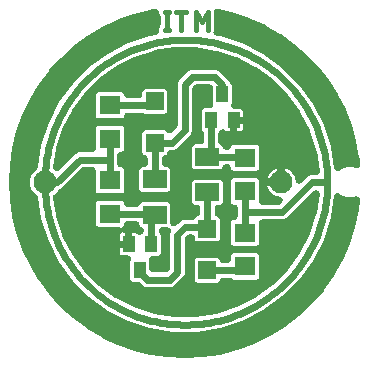
<source format=gbr>
G04 EAGLE Gerber X2 export*
%TF.Part,Single*%
%TF.FileFunction,Copper,L1,Top,Mixed*%
%TF.FilePolarity,Positive*%
%TF.GenerationSoftware,Autodesk,EAGLE,9.0.1*%
%TF.CreationDate,2018-06-14T23:25:34Z*%
G75*
%MOMM*%
%FSLAX34Y34*%
%LPD*%
%AMOC8*
5,1,8,0,0,1.08239X$1,22.5*%
G01*
%ADD10C,0.381000*%
%ADD11C,1.950000*%
%ADD12R,2.000000X1.500000*%
%ADD13R,1.500000X1.500000*%
%ADD14R,1.803000X1.600000*%
%ADD15R,1.000000X1.400000*%
%ADD16C,0.609600*%

G36*
X669268Y457293D02*
X669268Y457293D01*
X669520Y457323D01*
X669625Y457328D01*
X686907Y460065D01*
X687340Y460170D01*
X687372Y460177D01*
X704013Y465584D01*
X704424Y465755D01*
X704455Y465767D01*
X720045Y473710D01*
X720424Y473944D01*
X720453Y473960D01*
X734608Y484245D01*
X734947Y484535D01*
X734972Y484555D01*
X747345Y496928D01*
X747633Y497267D01*
X747655Y497292D01*
X757940Y511447D01*
X758172Y511827D01*
X758190Y511855D01*
X766133Y527445D01*
X766303Y527857D01*
X766316Y527887D01*
X771723Y544528D01*
X771826Y544961D01*
X771835Y544993D01*
X774389Y561121D01*
X774392Y561152D01*
X774398Y561182D01*
X774410Y561398D01*
X774427Y561613D01*
X774424Y561644D01*
X774426Y561674D01*
X774403Y561890D01*
X774384Y562105D01*
X774377Y562134D01*
X774374Y562165D01*
X774317Y562372D01*
X774263Y562583D01*
X774251Y562611D01*
X774243Y562640D01*
X774153Y562837D01*
X774067Y563035D01*
X774050Y563061D01*
X774037Y563089D01*
X773916Y563269D01*
X773799Y563450D01*
X773779Y563473D01*
X773762Y563498D01*
X773614Y563656D01*
X773469Y563816D01*
X773445Y563835D01*
X773424Y563858D01*
X773253Y563989D01*
X773083Y564124D01*
X773057Y564139D01*
X773033Y564158D01*
X772842Y564260D01*
X772653Y564366D01*
X772625Y564377D01*
X772598Y564391D01*
X772392Y564462D01*
X772190Y564536D01*
X772160Y564541D01*
X772131Y564551D01*
X771917Y564588D01*
X771705Y564628D01*
X771675Y564629D01*
X771645Y564634D01*
X771428Y564635D01*
X771212Y564641D01*
X771182Y564637D01*
X771152Y564637D01*
X770937Y564603D01*
X770724Y564574D01*
X770694Y564565D01*
X770664Y564560D01*
X770459Y564493D01*
X770252Y564429D01*
X770225Y564415D01*
X770196Y564406D01*
X770004Y564306D01*
X769810Y564210D01*
X769785Y564192D01*
X769758Y564178D01*
X769692Y564125D01*
X769409Y563922D01*
X769295Y563809D01*
X769225Y563753D01*
X748547Y543075D01*
X746404Y540931D01*
X744163Y540003D01*
X726311Y540003D01*
X726235Y539997D01*
X726159Y539999D01*
X725990Y539977D01*
X725819Y539963D01*
X725745Y539945D01*
X725670Y539935D01*
X725506Y539886D01*
X725340Y539845D01*
X725271Y539815D01*
X725197Y539793D01*
X725044Y539717D01*
X724887Y539650D01*
X724823Y539609D01*
X724754Y539576D01*
X724615Y539477D01*
X724471Y539385D01*
X724414Y539334D01*
X724352Y539290D01*
X724231Y539170D01*
X724103Y539056D01*
X724055Y538997D01*
X724001Y538943D01*
X723900Y538805D01*
X723793Y538672D01*
X723756Y538606D01*
X723711Y538545D01*
X723634Y538392D01*
X723549Y538244D01*
X723523Y538172D01*
X723488Y538104D01*
X723437Y537941D01*
X723378Y537781D01*
X723363Y537706D01*
X723340Y537634D01*
X723328Y537529D01*
X723283Y537297D01*
X723276Y537061D01*
X723264Y536956D01*
X723264Y519964D01*
X722800Y518843D01*
X721942Y517985D01*
X720821Y517521D01*
X701579Y517521D01*
X700458Y517985D01*
X699600Y518843D01*
X699136Y519964D01*
X699136Y537176D01*
X699600Y538297D01*
X700458Y539155D01*
X701579Y539619D01*
X702056Y539619D01*
X702132Y539625D01*
X702208Y539623D01*
X702377Y539645D01*
X702548Y539659D01*
X702622Y539677D01*
X702697Y539687D01*
X702861Y539736D01*
X703027Y539777D01*
X703096Y539807D01*
X703170Y539829D01*
X703323Y539905D01*
X703480Y539972D01*
X703544Y540013D01*
X703613Y540046D01*
X703752Y540145D01*
X703896Y540237D01*
X703953Y540288D01*
X704015Y540332D01*
X704136Y540452D01*
X704264Y540566D01*
X704312Y540625D01*
X704366Y540679D01*
X704467Y540817D01*
X704574Y540950D01*
X704611Y541016D01*
X704656Y541077D01*
X704733Y541230D01*
X704818Y541378D01*
X704844Y541450D01*
X704879Y541518D01*
X704930Y541681D01*
X704989Y541841D01*
X705004Y541916D01*
X705027Y541988D01*
X705039Y542093D01*
X705084Y542325D01*
X705091Y542561D01*
X705103Y542666D01*
X705103Y549534D01*
X705097Y549610D01*
X705099Y549686D01*
X705077Y549855D01*
X705063Y550026D01*
X705045Y550100D01*
X705035Y550175D01*
X704986Y550339D01*
X704945Y550505D01*
X704915Y550574D01*
X704893Y550648D01*
X704817Y550801D01*
X704750Y550958D01*
X704709Y551022D01*
X704676Y551091D01*
X704577Y551230D01*
X704485Y551374D01*
X704434Y551431D01*
X704390Y551493D01*
X704270Y551614D01*
X704156Y551742D01*
X704097Y551790D01*
X704043Y551844D01*
X703905Y551945D01*
X703772Y552052D01*
X703706Y552089D01*
X703645Y552134D01*
X703492Y552211D01*
X703344Y552296D01*
X703272Y552322D01*
X703204Y552357D01*
X703041Y552408D01*
X702881Y552467D01*
X702806Y552482D01*
X702734Y552505D01*
X702629Y552517D01*
X702397Y552562D01*
X702161Y552569D01*
X702056Y552581D01*
X701579Y552581D01*
X700458Y553045D01*
X699600Y553903D01*
X699136Y555024D01*
X699136Y572236D01*
X699600Y573357D01*
X700458Y574215D01*
X701579Y574679D01*
X720821Y574679D01*
X721942Y574215D01*
X722800Y573357D01*
X723264Y572236D01*
X723264Y555244D01*
X723270Y555168D01*
X723268Y555092D01*
X723290Y554923D01*
X723304Y554752D01*
X723322Y554678D01*
X723332Y554603D01*
X723381Y554439D01*
X723422Y554273D01*
X723452Y554204D01*
X723474Y554130D01*
X723550Y553977D01*
X723617Y553820D01*
X723658Y553756D01*
X723691Y553687D01*
X723790Y553548D01*
X723882Y553404D01*
X723933Y553347D01*
X723977Y553285D01*
X724097Y553164D01*
X724211Y553036D01*
X724270Y552988D01*
X724324Y552934D01*
X724462Y552833D01*
X724595Y552726D01*
X724661Y552689D01*
X724722Y552644D01*
X724875Y552567D01*
X725023Y552482D01*
X725095Y552456D01*
X725163Y552421D01*
X725326Y552370D01*
X725486Y552311D01*
X725561Y552296D01*
X725633Y552273D01*
X725738Y552261D01*
X725970Y552216D01*
X726206Y552209D01*
X726311Y552197D01*
X739162Y552197D01*
X739276Y552206D01*
X739390Y552205D01*
X739522Y552226D01*
X739654Y552237D01*
X739765Y552264D01*
X739878Y552282D01*
X740004Y552323D01*
X740133Y552355D01*
X740238Y552400D01*
X740346Y552436D01*
X740464Y552498D01*
X740586Y552550D01*
X740683Y552611D01*
X740784Y552664D01*
X740858Y552723D01*
X741002Y552815D01*
X741245Y553031D01*
X741317Y553089D01*
X742319Y554091D01*
X742348Y554126D01*
X742383Y554157D01*
X742508Y554314D01*
X742638Y554467D01*
X742662Y554506D01*
X742691Y554542D01*
X742789Y554717D01*
X742893Y554890D01*
X742910Y554932D01*
X742932Y554972D01*
X743001Y555161D01*
X743076Y555348D01*
X743086Y555392D01*
X743102Y555435D01*
X743139Y555633D01*
X743183Y555829D01*
X743185Y555875D01*
X743194Y555920D01*
X743199Y556121D01*
X743211Y556322D01*
X743206Y556367D01*
X743207Y556413D01*
X743180Y556612D01*
X743158Y556812D01*
X743146Y556856D01*
X743140Y556902D01*
X743081Y557094D01*
X743028Y557288D01*
X743009Y557330D01*
X742995Y557373D01*
X742906Y557554D01*
X742822Y557737D01*
X742796Y557775D01*
X742776Y557815D01*
X742659Y557979D01*
X742547Y558146D01*
X742515Y558179D01*
X742489Y558216D01*
X742346Y558359D01*
X742209Y558505D01*
X742172Y558533D01*
X742140Y558566D01*
X741977Y558683D01*
X741817Y558806D01*
X741777Y558827D01*
X741740Y558854D01*
X741560Y558944D01*
X741383Y559039D01*
X741339Y559054D01*
X741298Y559074D01*
X741203Y559100D01*
X740916Y559199D01*
X740735Y559230D01*
X740641Y559256D01*
X739022Y559512D01*
X737182Y560110D01*
X735458Y560988D01*
X733893Y562125D01*
X732525Y563493D01*
X731388Y565058D01*
X730510Y566782D01*
X730032Y568251D01*
X741698Y568251D01*
X741774Y568257D01*
X741850Y568255D01*
X742019Y568277D01*
X742190Y568291D01*
X742263Y568309D01*
X742339Y568319D01*
X742503Y568368D01*
X742668Y568409D01*
X742738Y568439D01*
X742811Y568461D01*
X742965Y568537D01*
X743122Y568604D01*
X743186Y568645D01*
X743254Y568678D01*
X743394Y568777D01*
X743538Y568869D01*
X743595Y568920D01*
X743657Y568964D01*
X743778Y569084D01*
X743906Y569198D01*
X743954Y569257D01*
X744008Y569310D01*
X744038Y569351D01*
X744061Y569368D01*
X744182Y569488D01*
X744310Y569602D01*
X744358Y569661D01*
X744412Y569715D01*
X744513Y569853D01*
X744620Y569986D01*
X744657Y570052D01*
X744702Y570114D01*
X744779Y570266D01*
X744864Y570415D01*
X744890Y570486D01*
X744925Y570554D01*
X744976Y570717D01*
X745035Y570877D01*
X745050Y570952D01*
X745073Y571024D01*
X745085Y571129D01*
X745130Y571361D01*
X745137Y571597D01*
X745149Y571702D01*
X745149Y583368D01*
X746618Y582890D01*
X748342Y582012D01*
X749907Y580875D01*
X751275Y579507D01*
X752412Y577942D01*
X753290Y576218D01*
X753888Y574378D01*
X754144Y572759D01*
X754155Y572715D01*
X754160Y572669D01*
X754213Y572475D01*
X754261Y572280D01*
X754279Y572238D01*
X754291Y572193D01*
X754375Y572010D01*
X754453Y571825D01*
X754477Y571787D01*
X754497Y571745D01*
X754609Y571578D01*
X754716Y571408D01*
X754746Y571374D01*
X754772Y571336D01*
X754909Y571189D01*
X755043Y571039D01*
X755078Y571010D01*
X755110Y570976D01*
X755270Y570854D01*
X755425Y570727D01*
X755465Y570704D01*
X755501Y570676D01*
X755678Y570581D01*
X755853Y570480D01*
X755896Y570464D01*
X755936Y570443D01*
X756126Y570377D01*
X756314Y570307D01*
X756359Y570298D01*
X756403Y570283D01*
X756601Y570249D01*
X756798Y570209D01*
X756844Y570208D01*
X756889Y570200D01*
X757090Y570199D01*
X757291Y570192D01*
X757336Y570197D01*
X757382Y570197D01*
X757581Y570228D01*
X757780Y570254D01*
X757824Y570267D01*
X757870Y570274D01*
X758061Y570337D01*
X758254Y570394D01*
X758295Y570414D01*
X758338Y570428D01*
X758517Y570521D01*
X758698Y570608D01*
X758735Y570635D01*
X758776Y570656D01*
X758853Y570717D01*
X759101Y570892D01*
X759233Y571020D01*
X759309Y571081D01*
X764896Y576669D01*
X767137Y577597D01*
X771500Y577597D01*
X771568Y577602D01*
X771637Y577600D01*
X771814Y577622D01*
X771991Y577637D01*
X772058Y577653D01*
X772126Y577662D01*
X772297Y577712D01*
X772470Y577755D01*
X772533Y577783D01*
X772599Y577802D01*
X772759Y577879D01*
X772924Y577950D01*
X772981Y577987D01*
X773043Y578017D01*
X773189Y578119D01*
X773340Y578215D01*
X773391Y578261D01*
X773447Y578300D01*
X773574Y578425D01*
X773708Y578544D01*
X773751Y578597D01*
X773800Y578645D01*
X773905Y578789D01*
X774017Y578928D01*
X774051Y578987D01*
X774092Y579042D01*
X774173Y579201D01*
X774261Y579356D01*
X774285Y579421D01*
X774317Y579482D01*
X774371Y579652D01*
X774433Y579819D01*
X774446Y579886D01*
X774467Y579951D01*
X774494Y580128D01*
X774528Y580303D01*
X774530Y580371D01*
X774540Y580439D01*
X774535Y580545D01*
X774543Y580796D01*
X774514Y581017D01*
X774509Y581121D01*
X771835Y598007D01*
X771730Y598440D01*
X771723Y598472D01*
X766316Y615113D01*
X766145Y615524D01*
X766133Y615555D01*
X758190Y631145D01*
X757956Y631524D01*
X757940Y631553D01*
X747655Y645708D01*
X747365Y646047D01*
X747345Y646072D01*
X734972Y658445D01*
X734633Y658733D01*
X734608Y658755D01*
X720453Y669040D01*
X720073Y669272D01*
X720045Y669290D01*
X704455Y677233D01*
X704043Y677403D01*
X704013Y677416D01*
X687372Y682823D01*
X686939Y682926D01*
X686907Y682935D01*
X669625Y685672D01*
X669373Y685691D01*
X669268Y685707D01*
X660520Y686051D01*
X660448Y686048D01*
X660400Y686053D01*
X660328Y686047D01*
X660280Y686051D01*
X651700Y685714D01*
X651449Y685683D01*
X651343Y685679D01*
X634395Y682994D01*
X633962Y682889D01*
X633930Y682883D01*
X617610Y677580D01*
X617199Y677409D01*
X617168Y677397D01*
X601878Y669606D01*
X601499Y669373D01*
X601471Y669357D01*
X587588Y659270D01*
X587250Y658980D01*
X587224Y658960D01*
X575090Y646826D01*
X574802Y646486D01*
X574780Y646462D01*
X564693Y632579D01*
X564462Y632200D01*
X564444Y632172D01*
X556653Y616882D01*
X556484Y616470D01*
X556470Y616440D01*
X551167Y600120D01*
X551140Y600005D01*
X551126Y599968D01*
X551104Y599852D01*
X551065Y599687D01*
X551056Y599655D01*
X548672Y584605D01*
X548664Y584498D01*
X548646Y584393D01*
X548645Y584253D01*
X548634Y584113D01*
X548644Y584006D01*
X548643Y583900D01*
X548665Y583761D01*
X548677Y583621D01*
X548703Y583518D01*
X548720Y583412D01*
X548763Y583279D01*
X548798Y583143D01*
X548841Y583045D01*
X548874Y582944D01*
X548939Y582820D01*
X548995Y582691D01*
X549053Y582601D01*
X549102Y582506D01*
X549162Y582430D01*
X549262Y582276D01*
X549466Y582050D01*
X549527Y581973D01*
X549759Y581741D01*
X549817Y581691D01*
X549870Y581636D01*
X549899Y581613D01*
X549915Y581597D01*
X550008Y581529D01*
X550135Y581421D01*
X550201Y581382D01*
X550261Y581336D01*
X550311Y581309D01*
X550314Y581307D01*
X550333Y581297D01*
X550412Y581255D01*
X550558Y581167D01*
X550629Y581138D01*
X550696Y581102D01*
X550858Y581047D01*
X551016Y580984D01*
X551090Y580967D01*
X551162Y580942D01*
X551331Y580914D01*
X551498Y580877D01*
X551574Y580873D01*
X551649Y580860D01*
X551820Y580859D01*
X551990Y580849D01*
X552066Y580857D01*
X552142Y580857D01*
X552311Y580883D01*
X552481Y580902D01*
X552554Y580922D01*
X552629Y580933D01*
X552792Y580987D01*
X552957Y581032D01*
X553026Y581064D01*
X553098Y581088D01*
X553250Y581167D01*
X553405Y581238D01*
X553468Y581280D01*
X553536Y581316D01*
X553618Y581381D01*
X553694Y581433D01*
X553765Y581478D01*
X553777Y581488D01*
X553814Y581513D01*
X553986Y581675D01*
X554069Y581741D01*
X568046Y595719D01*
X570287Y596647D01*
X581789Y596647D01*
X581865Y596653D01*
X581941Y596651D01*
X582110Y596673D01*
X582281Y596687D01*
X582355Y596705D01*
X582430Y596715D01*
X582594Y596764D01*
X582760Y596805D01*
X582829Y596835D01*
X582903Y596857D01*
X583056Y596933D01*
X583213Y597000D01*
X583277Y597041D01*
X583346Y597074D01*
X583485Y597173D01*
X583629Y597265D01*
X583686Y597316D01*
X583748Y597360D01*
X583869Y597480D01*
X583997Y597594D01*
X584045Y597653D01*
X584099Y597707D01*
X584200Y597845D01*
X584307Y597978D01*
X584344Y598044D01*
X584389Y598105D01*
X584466Y598258D01*
X584551Y598406D01*
X584577Y598478D01*
X584612Y598546D01*
X584663Y598709D01*
X584722Y598869D01*
X584737Y598944D01*
X584760Y599016D01*
X584772Y599121D01*
X584817Y599353D01*
X584824Y599589D01*
X584836Y599694D01*
X584836Y616686D01*
X585300Y617807D01*
X586158Y618665D01*
X587279Y619129D01*
X606521Y619129D01*
X607642Y618665D01*
X608500Y617807D01*
X608964Y616686D01*
X608964Y599474D01*
X608500Y598353D01*
X607642Y597495D01*
X606521Y597031D01*
X606044Y597031D01*
X605968Y597025D01*
X605892Y597027D01*
X605723Y597005D01*
X605552Y596991D01*
X605478Y596973D01*
X605403Y596963D01*
X605239Y596914D01*
X605073Y596873D01*
X605004Y596843D01*
X604930Y596821D01*
X604777Y596745D01*
X604620Y596678D01*
X604556Y596637D01*
X604487Y596604D01*
X604348Y596505D01*
X604204Y596413D01*
X604147Y596362D01*
X604085Y596318D01*
X603964Y596198D01*
X603836Y596084D01*
X603788Y596025D01*
X603734Y595971D01*
X603633Y595833D01*
X603526Y595700D01*
X603489Y595634D01*
X603444Y595573D01*
X603367Y595420D01*
X603282Y595272D01*
X603256Y595200D01*
X603221Y595132D01*
X603170Y594969D01*
X603111Y594809D01*
X603096Y594734D01*
X603073Y594662D01*
X603061Y594557D01*
X603016Y594325D01*
X603009Y594089D01*
X602997Y593984D01*
X602997Y587116D01*
X603003Y587040D01*
X603001Y586964D01*
X603023Y586795D01*
X603037Y586624D01*
X603055Y586550D01*
X603065Y586475D01*
X603114Y586311D01*
X603155Y586145D01*
X603185Y586076D01*
X603207Y586002D01*
X603283Y585849D01*
X603350Y585692D01*
X603391Y585628D01*
X603424Y585559D01*
X603523Y585420D01*
X603615Y585276D01*
X603666Y585219D01*
X603710Y585157D01*
X603830Y585036D01*
X603944Y584908D01*
X604003Y584860D01*
X604057Y584806D01*
X604195Y584705D01*
X604328Y584598D01*
X604394Y584561D01*
X604455Y584516D01*
X604608Y584439D01*
X604756Y584354D01*
X604828Y584328D01*
X604896Y584293D01*
X605059Y584242D01*
X605219Y584183D01*
X605294Y584168D01*
X605366Y584145D01*
X605471Y584133D01*
X605703Y584088D01*
X605939Y584081D01*
X606044Y584069D01*
X606521Y584069D01*
X607642Y583605D01*
X608500Y582747D01*
X608964Y581626D01*
X608964Y564414D01*
X608500Y563293D01*
X607642Y562435D01*
X606521Y561971D01*
X587279Y561971D01*
X586158Y562435D01*
X585300Y563293D01*
X584836Y564414D01*
X584836Y581406D01*
X584830Y581482D01*
X584832Y581558D01*
X584810Y581727D01*
X584796Y581898D01*
X584778Y581972D01*
X584768Y582047D01*
X584719Y582211D01*
X584678Y582377D01*
X584648Y582446D01*
X584626Y582520D01*
X584550Y582673D01*
X584483Y582830D01*
X584442Y582894D01*
X584409Y582963D01*
X584310Y583102D01*
X584218Y583246D01*
X584167Y583303D01*
X584123Y583365D01*
X584003Y583486D01*
X583889Y583614D01*
X583830Y583662D01*
X583776Y583716D01*
X583638Y583817D01*
X583505Y583924D01*
X583439Y583961D01*
X583378Y584006D01*
X583225Y584083D01*
X583077Y584168D01*
X583005Y584194D01*
X582937Y584229D01*
X582774Y584280D01*
X582614Y584339D01*
X582539Y584354D01*
X582467Y584377D01*
X582362Y584389D01*
X582130Y584434D01*
X581894Y584441D01*
X581789Y584453D01*
X575288Y584453D01*
X575174Y584444D01*
X575060Y584445D01*
X574928Y584424D01*
X574796Y584413D01*
X574685Y584386D01*
X574572Y584368D01*
X574446Y584327D01*
X574317Y584295D01*
X574212Y584250D01*
X574104Y584214D01*
X573986Y584152D01*
X573864Y584100D01*
X573767Y584039D01*
X573666Y583986D01*
X573592Y583927D01*
X573448Y583835D01*
X573205Y583619D01*
X573133Y583561D01*
X555904Y566331D01*
X554304Y565669D01*
X554202Y565617D01*
X554096Y565574D01*
X553983Y565505D01*
X553865Y565444D01*
X553773Y565376D01*
X553676Y565316D01*
X553575Y565230D01*
X553468Y565151D01*
X553388Y565069D01*
X553302Y564995D01*
X553216Y564893D01*
X553124Y564798D01*
X553058Y564704D01*
X552985Y564617D01*
X552939Y564534D01*
X552841Y564394D01*
X552791Y564291D01*
X549527Y561027D01*
X549458Y560946D01*
X549382Y560871D01*
X549298Y560758D01*
X549207Y560651D01*
X549152Y560560D01*
X549089Y560474D01*
X549025Y560348D01*
X548953Y560228D01*
X548913Y560129D01*
X548865Y560034D01*
X548822Y559901D01*
X548770Y559770D01*
X548747Y559666D01*
X548714Y559565D01*
X548693Y559426D01*
X548663Y559289D01*
X548657Y559182D01*
X548641Y559077D01*
X548646Y558980D01*
X548635Y558796D01*
X548668Y558494D01*
X548672Y558395D01*
X551056Y543345D01*
X551161Y542912D01*
X551167Y542880D01*
X556470Y526560D01*
X556641Y526149D01*
X556653Y526118D01*
X564444Y510828D01*
X564677Y510449D01*
X564693Y510421D01*
X574780Y496538D01*
X574849Y496457D01*
X574911Y496370D01*
X575010Y496270D01*
X575070Y496199D01*
X575090Y496174D01*
X587224Y484040D01*
X587564Y483752D01*
X587588Y483730D01*
X601470Y473643D01*
X601850Y473412D01*
X601878Y473394D01*
X617168Y465603D01*
X617580Y465434D01*
X617610Y465420D01*
X633930Y460117D01*
X634363Y460015D01*
X634395Y460006D01*
X651343Y457321D01*
X651596Y457302D01*
X651700Y457286D01*
X660280Y456949D01*
X660433Y456955D01*
X660520Y456949D01*
X669268Y457293D01*
G37*
G36*
X660458Y422413D02*
X660458Y422413D01*
X660560Y422407D01*
X675264Y423182D01*
X675467Y423209D01*
X675569Y423214D01*
X690120Y425461D01*
X690243Y425490D01*
X690256Y425493D01*
X690319Y425508D01*
X690420Y425523D01*
X704673Y429219D01*
X704866Y429286D01*
X704965Y429310D01*
X718774Y434418D01*
X718960Y434504D01*
X719056Y434539D01*
X732283Y441007D01*
X732316Y441027D01*
X732346Y441039D01*
X732460Y441112D01*
X732551Y441155D01*
X745062Y448918D01*
X745227Y449039D01*
X745314Y449092D01*
X756983Y458072D01*
X757135Y458209D01*
X757216Y458270D01*
X767925Y468376D01*
X768062Y468528D01*
X768137Y468597D01*
X777777Y479726D01*
X777898Y479891D01*
X777966Y479967D01*
X786441Y492007D01*
X786545Y492183D01*
X786604Y492266D01*
X793828Y505096D01*
X793914Y505282D01*
X793965Y505370D01*
X799864Y518861D01*
X799931Y519054D01*
X799973Y519147D01*
X804489Y533161D01*
X804536Y533361D01*
X804568Y533457D01*
X807654Y547854D01*
X807681Y548057D01*
X807703Y548156D01*
X808592Y556154D01*
X808595Y556256D01*
X808608Y556358D01*
X808602Y556502D01*
X808607Y556647D01*
X808593Y556748D01*
X808589Y556851D01*
X808561Y556992D01*
X808542Y557136D01*
X808512Y557234D01*
X808492Y557334D01*
X808440Y557469D01*
X808398Y557608D01*
X808353Y557700D01*
X808317Y557795D01*
X808245Y557921D01*
X808181Y558051D01*
X808122Y558134D01*
X808070Y558223D01*
X807979Y558335D01*
X807895Y558453D01*
X807823Y558525D01*
X807758Y558605D01*
X807649Y558700D01*
X807547Y558803D01*
X807465Y558863D01*
X807388Y558931D01*
X807266Y559008D01*
X807148Y559093D01*
X807057Y559139D01*
X806970Y559193D01*
X806837Y559249D01*
X806708Y559315D01*
X806610Y559345D01*
X806516Y559385D01*
X806375Y559419D01*
X806237Y559462D01*
X806135Y559477D01*
X806036Y559501D01*
X805892Y559511D01*
X805748Y559532D01*
X805646Y559530D01*
X805544Y559537D01*
X805400Y559525D01*
X805255Y559522D01*
X805154Y559503D01*
X805053Y559494D01*
X804958Y559467D01*
X804770Y559432D01*
X804652Y559390D01*
X804572Y559370D01*
X804471Y559327D01*
X804397Y559306D01*
X802668Y558589D01*
X797532Y558589D01*
X792787Y560555D01*
X792014Y561327D01*
X791979Y561357D01*
X791949Y561391D01*
X791791Y561517D01*
X791638Y561647D01*
X791599Y561670D01*
X791563Y561699D01*
X791388Y561797D01*
X791216Y561901D01*
X791173Y561918D01*
X791133Y561941D01*
X790945Y562010D01*
X790758Y562084D01*
X790713Y562094D01*
X790670Y562110D01*
X790472Y562148D01*
X790276Y562191D01*
X790230Y562194D01*
X790185Y562202D01*
X789984Y562208D01*
X789783Y562219D01*
X789738Y562214D01*
X789692Y562215D01*
X789493Y562188D01*
X789293Y562167D01*
X789249Y562155D01*
X789203Y562148D01*
X789011Y562089D01*
X788817Y562036D01*
X788776Y562017D01*
X788732Y562004D01*
X788551Y561914D01*
X788369Y561830D01*
X788331Y561805D01*
X788290Y561784D01*
X788126Y561667D01*
X787959Y561555D01*
X787926Y561524D01*
X787889Y561497D01*
X787746Y561355D01*
X787600Y561217D01*
X787572Y561181D01*
X787540Y561149D01*
X787422Y560985D01*
X787300Y560826D01*
X787278Y560785D01*
X787251Y560748D01*
X787161Y560567D01*
X787066Y560391D01*
X787052Y560348D01*
X787031Y560307D01*
X787005Y560211D01*
X786906Y559924D01*
X786875Y559743D01*
X786850Y559649D01*
X784026Y541820D01*
X777861Y522846D01*
X768803Y505070D01*
X757077Y488930D01*
X742970Y474823D01*
X726830Y463097D01*
X709054Y454039D01*
X690080Y447874D01*
X670375Y444753D01*
X650594Y444753D01*
X631224Y447821D01*
X612572Y453882D01*
X595097Y462785D01*
X579231Y474313D01*
X565363Y488181D01*
X553835Y504047D01*
X544932Y521522D01*
X538871Y540174D01*
X535964Y558531D01*
X535910Y558752D01*
X535859Y558973D01*
X535852Y558991D01*
X535847Y559010D01*
X535759Y559219D01*
X535673Y559430D01*
X535663Y559446D01*
X535655Y559464D01*
X535535Y559656D01*
X535415Y559850D01*
X535403Y559865D01*
X535392Y559882D01*
X535242Y560052D01*
X535093Y560224D01*
X535078Y560237D01*
X535065Y560251D01*
X534974Y560326D01*
X531050Y564250D01*
X529101Y568954D01*
X529101Y574046D01*
X531050Y578750D01*
X534914Y582614D01*
X534925Y582622D01*
X534939Y582636D01*
X534954Y582647D01*
X535113Y582809D01*
X535274Y582970D01*
X535285Y582986D01*
X535299Y583000D01*
X535429Y583186D01*
X535562Y583370D01*
X535571Y583388D01*
X535582Y583404D01*
X535681Y583607D01*
X535782Y583812D01*
X535787Y583828D01*
X535797Y583848D01*
X535937Y584321D01*
X535948Y584412D01*
X535964Y584469D01*
X538871Y602826D01*
X544932Y621478D01*
X553835Y638953D01*
X565363Y654820D01*
X579230Y668687D01*
X595097Y680215D01*
X612572Y689118D01*
X631224Y695179D01*
X635731Y695893D01*
X635812Y695912D01*
X635895Y695923D01*
X636052Y695970D01*
X636210Y696009D01*
X636287Y696042D01*
X636368Y696066D01*
X636514Y696138D01*
X636664Y696201D01*
X636735Y696246D01*
X636811Y696283D01*
X636944Y696377D01*
X637082Y696464D01*
X637145Y696520D01*
X637213Y696568D01*
X637329Y696683D01*
X637451Y696791D01*
X637504Y696856D01*
X637564Y696915D01*
X637660Y697047D01*
X637763Y697173D01*
X637805Y697246D01*
X637854Y697314D01*
X637928Y697459D01*
X638009Y697601D01*
X638039Y697679D01*
X638077Y697754D01*
X638126Y697910D01*
X638183Y698063D01*
X638200Y698145D01*
X638225Y698225D01*
X638237Y698328D01*
X638280Y698546D01*
X638289Y698798D01*
X638301Y698902D01*
X638301Y701390D01*
X639055Y703211D01*
X639130Y703286D01*
X639204Y703373D01*
X639285Y703453D01*
X639364Y703561D01*
X639450Y703662D01*
X639509Y703760D01*
X639576Y703852D01*
X639636Y703970D01*
X639704Y704084D01*
X639747Y704191D01*
X639798Y704292D01*
X639838Y704419D01*
X639887Y704543D01*
X639912Y704654D01*
X639946Y704763D01*
X639957Y704856D01*
X639994Y705024D01*
X640012Y705348D01*
X640023Y705441D01*
X640023Y710863D01*
X640014Y710977D01*
X640014Y711091D01*
X639994Y711223D01*
X639983Y711355D01*
X639955Y711466D01*
X639938Y711579D01*
X639896Y711705D01*
X639864Y711834D01*
X639819Y711939D01*
X639783Y712047D01*
X639722Y712165D01*
X639670Y712287D01*
X639608Y712383D01*
X639556Y712485D01*
X639497Y712558D01*
X639405Y712703D01*
X639188Y712946D01*
X639130Y713018D01*
X639055Y713093D01*
X638301Y714914D01*
X638301Y715206D01*
X638297Y715261D01*
X638299Y715317D01*
X638277Y715507D01*
X638261Y715698D01*
X638248Y715752D01*
X638241Y715807D01*
X638189Y715991D01*
X638143Y716177D01*
X638121Y716228D01*
X638105Y716281D01*
X638024Y716454D01*
X637948Y716630D01*
X637918Y716677D01*
X637895Y716727D01*
X637786Y716885D01*
X637683Y717046D01*
X637646Y717088D01*
X637615Y717133D01*
X637482Y717271D01*
X637354Y717414D01*
X637311Y717449D01*
X637273Y717489D01*
X637119Y717604D01*
X636970Y717724D01*
X636922Y717751D01*
X636878Y717785D01*
X636708Y717873D01*
X636542Y717968D01*
X636490Y717987D01*
X636441Y718013D01*
X636259Y718073D01*
X636079Y718140D01*
X636025Y718150D01*
X635972Y718168D01*
X635783Y718198D01*
X635595Y718234D01*
X635540Y718236D01*
X635485Y718245D01*
X635381Y718241D01*
X635102Y718250D01*
X634904Y718224D01*
X634803Y718220D01*
X631471Y717722D01*
X631278Y717677D01*
X631179Y717663D01*
X617285Y714168D01*
X617097Y714104D01*
X616999Y714081D01*
X603514Y709243D01*
X603333Y709161D01*
X603238Y709129D01*
X590291Y702995D01*
X590119Y702896D01*
X590027Y702854D01*
X577742Y695483D01*
X577581Y695367D01*
X577494Y695317D01*
X565989Y686779D01*
X565840Y686649D01*
X565758Y686590D01*
X555144Y676967D01*
X555008Y676823D01*
X554933Y676756D01*
X545310Y666142D01*
X545189Y665984D01*
X545121Y665911D01*
X536583Y654406D01*
X536478Y654238D01*
X536417Y654158D01*
X529046Y641873D01*
X528958Y641695D01*
X528905Y641609D01*
X522771Y628662D01*
X522701Y628476D01*
X522657Y628386D01*
X517819Y614901D01*
X517768Y614710D01*
X517732Y614615D01*
X514237Y600721D01*
X514204Y600526D01*
X514178Y600429D01*
X512059Y586259D01*
X512046Y586062D01*
X512029Y585962D01*
X511307Y571654D01*
X511313Y571452D01*
X511306Y571350D01*
X512010Y557035D01*
X512035Y556838D01*
X512039Y556737D01*
X514142Y542560D01*
X514187Y542366D01*
X514200Y542267D01*
X517683Y528364D01*
X517747Y528175D01*
X517770Y528077D01*
X522598Y514583D01*
X522680Y514402D01*
X522713Y514306D01*
X528841Y501350D01*
X528940Y501178D01*
X528982Y501086D01*
X536350Y488792D01*
X536466Y488631D01*
X536516Y488544D01*
X545054Y477032D01*
X545185Y476882D01*
X545244Y476800D01*
X554869Y466181D01*
X555014Y466045D01*
X555081Y465969D01*
X565700Y456344D01*
X565858Y456223D01*
X565932Y456154D01*
X577444Y447616D01*
X577612Y447511D01*
X577692Y447450D01*
X589986Y440082D01*
X590164Y439994D01*
X590250Y439941D01*
X603206Y433813D01*
X603392Y433743D01*
X603483Y433698D01*
X616977Y428870D01*
X617169Y428818D01*
X617264Y428783D01*
X631167Y425300D01*
X631363Y425268D01*
X631460Y425242D01*
X645637Y423139D01*
X645836Y423126D01*
X645935Y423110D01*
X660250Y422406D01*
X660458Y422413D01*
G37*
%LPC*%
G36*
X627437Y482853D02*
X627437Y482853D01*
X625196Y483781D01*
X622919Y486059D01*
X622832Y486133D01*
X622752Y486214D01*
X622645Y486292D01*
X622543Y486378D01*
X622445Y486437D01*
X622353Y486504D01*
X622235Y486564D01*
X622121Y486633D01*
X622014Y486675D01*
X621913Y486727D01*
X621786Y486767D01*
X621663Y486816D01*
X621551Y486841D01*
X621442Y486875D01*
X621349Y486885D01*
X621181Y486923D01*
X620857Y486941D01*
X620764Y486951D01*
X616694Y486951D01*
X615573Y487415D01*
X614715Y488273D01*
X614251Y489394D01*
X614251Y504606D01*
X614516Y505246D01*
X614572Y505418D01*
X614634Y505587D01*
X614647Y505652D01*
X614667Y505715D01*
X614694Y505894D01*
X614729Y506071D01*
X614731Y506137D01*
X614741Y506203D01*
X614739Y506384D01*
X614744Y506564D01*
X614736Y506630D01*
X614735Y506697D01*
X614703Y506874D01*
X614680Y507053D01*
X614661Y507117D01*
X614649Y507182D01*
X614590Y507353D01*
X614537Y507526D01*
X614508Y507585D01*
X614486Y507648D01*
X614400Y507806D01*
X614321Y507969D01*
X614282Y508023D01*
X614250Y508081D01*
X614140Y508224D01*
X614035Y508371D01*
X613988Y508418D01*
X613947Y508471D01*
X613815Y508594D01*
X613688Y508722D01*
X613635Y508761D01*
X613586Y508806D01*
X613435Y508906D01*
X613290Y509012D01*
X613230Y509042D01*
X613175Y509079D01*
X613010Y509153D01*
X612849Y509235D01*
X612786Y509255D01*
X612725Y509282D01*
X612551Y509329D01*
X612379Y509383D01*
X612326Y509389D01*
X612249Y509410D01*
X611758Y509459D01*
X611724Y509457D01*
X611701Y509459D01*
X607465Y509459D01*
X606819Y509632D01*
X606240Y509967D01*
X605767Y510440D01*
X605432Y511019D01*
X605259Y511665D01*
X605259Y515953D01*
X612800Y515953D01*
X612876Y515959D01*
X612952Y515956D01*
X613121Y515979D01*
X613291Y515993D01*
X613365Y516011D01*
X613441Y516021D01*
X613605Y516070D01*
X613770Y516111D01*
X613840Y516141D01*
X613913Y516163D01*
X614067Y516238D01*
X614224Y516306D01*
X614288Y516347D01*
X614356Y516380D01*
X614496Y516479D01*
X614640Y516571D01*
X614696Y516622D01*
X614759Y516666D01*
X614880Y516786D01*
X615008Y516900D01*
X615056Y516959D01*
X615110Y517012D01*
X615110Y517013D01*
X615211Y517151D01*
X615318Y517284D01*
X615356Y517350D01*
X615400Y517412D01*
X615477Y517564D01*
X615562Y517713D01*
X615588Y517784D01*
X615623Y517852D01*
X615674Y518015D01*
X615734Y518175D01*
X615748Y518250D01*
X615771Y518323D01*
X615783Y518427D01*
X615828Y518659D01*
X615836Y518895D01*
X615847Y519000D01*
X615847Y528541D01*
X618135Y528541D01*
X618781Y528368D01*
X619360Y528033D01*
X619786Y527607D01*
X619844Y527558D01*
X619896Y527502D01*
X620032Y527398D01*
X620162Y527288D01*
X620227Y527248D01*
X620288Y527202D01*
X620438Y527121D01*
X620584Y527033D01*
X620655Y527005D01*
X620722Y526969D01*
X620884Y526913D01*
X621043Y526850D01*
X621117Y526833D01*
X621189Y526809D01*
X621357Y526780D01*
X621524Y526743D01*
X621600Y526739D01*
X621675Y526726D01*
X621846Y526725D01*
X622017Y526715D01*
X622093Y526724D01*
X622169Y526723D01*
X622338Y526750D01*
X622507Y526768D01*
X622581Y526788D01*
X622656Y526800D01*
X622818Y526853D01*
X622983Y526898D01*
X623052Y526930D01*
X623125Y526954D01*
X623276Y527033D01*
X623431Y527104D01*
X623495Y527147D01*
X623562Y527182D01*
X623645Y527247D01*
X623841Y527379D01*
X624013Y527541D01*
X624096Y527607D01*
X624811Y528322D01*
X624885Y528409D01*
X624966Y528490D01*
X625044Y528597D01*
X625130Y528698D01*
X625189Y528796D01*
X625256Y528888D01*
X625316Y529007D01*
X625385Y529121D01*
X625427Y529227D01*
X625479Y529329D01*
X625519Y529456D01*
X625568Y529579D01*
X625593Y529690D01*
X625627Y529799D01*
X625637Y529893D01*
X625675Y530061D01*
X625693Y530385D01*
X625703Y530477D01*
X625703Y530673D01*
X625686Y530891D01*
X625672Y531108D01*
X625666Y531136D01*
X625663Y531164D01*
X625611Y531377D01*
X625562Y531589D01*
X625551Y531616D01*
X625545Y531643D01*
X625458Y531844D01*
X625376Y532046D01*
X625361Y532070D01*
X625350Y532097D01*
X625233Y532281D01*
X625119Y532467D01*
X625100Y532489D01*
X625085Y532513D01*
X624940Y532675D01*
X624797Y532841D01*
X624775Y532859D01*
X624756Y532881D01*
X624587Y533017D01*
X624419Y533158D01*
X624398Y533169D01*
X624372Y533190D01*
X623944Y533434D01*
X623868Y533462D01*
X623822Y533488D01*
X623273Y533715D01*
X622415Y534573D01*
X621925Y535756D01*
X621925Y535757D01*
X621911Y535928D01*
X621893Y536002D01*
X621883Y536077D01*
X621834Y536241D01*
X621793Y536407D01*
X621763Y536476D01*
X621741Y536550D01*
X621665Y536703D01*
X621598Y536860D01*
X621557Y536924D01*
X621524Y536993D01*
X621425Y537132D01*
X621333Y537276D01*
X621282Y537333D01*
X621238Y537395D01*
X621118Y537516D01*
X621004Y537644D01*
X620945Y537692D01*
X620891Y537746D01*
X620753Y537847D01*
X620620Y537954D01*
X620554Y537991D01*
X620493Y538036D01*
X620340Y538113D01*
X620192Y538198D01*
X620120Y538224D01*
X620052Y538259D01*
X619889Y538310D01*
X619729Y538369D01*
X619654Y538384D01*
X619582Y538407D01*
X619477Y538419D01*
X619245Y538464D01*
X619009Y538471D01*
X618904Y538483D01*
X612011Y538483D01*
X611935Y538477D01*
X611859Y538479D01*
X611690Y538457D01*
X611519Y538443D01*
X611445Y538425D01*
X611370Y538415D01*
X611206Y538366D01*
X611040Y538325D01*
X610971Y538295D01*
X610897Y538273D01*
X610744Y538197D01*
X610587Y538130D01*
X610523Y538089D01*
X610454Y538056D01*
X610315Y537957D01*
X610171Y537865D01*
X610114Y537814D01*
X610052Y537770D01*
X609931Y537650D01*
X609803Y537536D01*
X609755Y537477D01*
X609701Y537423D01*
X609600Y537285D01*
X609493Y537152D01*
X609456Y537086D01*
X609411Y537025D01*
X609334Y536872D01*
X609249Y536724D01*
X609223Y536652D01*
X609188Y536584D01*
X609137Y536421D01*
X609078Y536261D01*
X609073Y536237D01*
X608500Y534853D01*
X607389Y533743D01*
X607365Y533714D01*
X607336Y533688D01*
X607205Y533526D01*
X607070Y533367D01*
X607050Y533334D01*
X607026Y533304D01*
X606923Y533123D01*
X606815Y532944D01*
X606801Y532909D01*
X606782Y532876D01*
X606709Y532680D01*
X606649Y532529D01*
X606512Y532658D01*
X606378Y532794D01*
X606333Y532827D01*
X606292Y532865D01*
X606134Y532972D01*
X605979Y533084D01*
X605929Y533110D01*
X605883Y533141D01*
X605709Y533221D01*
X605539Y533307D01*
X605486Y533323D01*
X605435Y533347D01*
X605251Y533397D01*
X605068Y533455D01*
X605024Y533460D01*
X604959Y533478D01*
X604468Y533530D01*
X604422Y533528D01*
X604391Y533531D01*
X587279Y533531D01*
X586158Y533995D01*
X585300Y534853D01*
X584836Y535974D01*
X584836Y553186D01*
X585300Y554307D01*
X586158Y555165D01*
X587279Y555629D01*
X606521Y555629D01*
X607642Y555165D01*
X608500Y554307D01*
X609092Y552878D01*
X609122Y552753D01*
X609152Y552684D01*
X609174Y552610D01*
X609250Y552457D01*
X609317Y552300D01*
X609358Y552236D01*
X609391Y552167D01*
X609490Y552028D01*
X609582Y551884D01*
X609633Y551827D01*
X609677Y551765D01*
X609797Y551644D01*
X609911Y551516D01*
X609970Y551468D01*
X610024Y551414D01*
X610162Y551313D01*
X610295Y551206D01*
X610361Y551169D01*
X610422Y551124D01*
X610575Y551047D01*
X610723Y550962D01*
X610795Y550936D01*
X610863Y550901D01*
X611026Y550850D01*
X611186Y550791D01*
X611261Y550776D01*
X611333Y550753D01*
X611438Y550741D01*
X611670Y550696D01*
X611906Y550689D01*
X612011Y550677D01*
X619406Y550677D01*
X619624Y550694D01*
X619841Y550708D01*
X619869Y550714D01*
X619898Y550717D01*
X620110Y550769D01*
X620322Y550818D01*
X620349Y550829D01*
X620376Y550835D01*
X620577Y550922D01*
X620779Y551004D01*
X620804Y551019D01*
X620830Y551030D01*
X621013Y551147D01*
X621200Y551261D01*
X621222Y551280D01*
X621246Y551295D01*
X621408Y551440D01*
X621574Y551583D01*
X621592Y551605D01*
X621614Y551624D01*
X621751Y551793D01*
X621891Y551961D01*
X621903Y551981D01*
X621924Y552008D01*
X622168Y552436D01*
X622196Y552512D01*
X622221Y552558D01*
X622415Y553027D01*
X623273Y553885D01*
X624394Y554349D01*
X633534Y554349D01*
X633684Y554361D01*
X633696Y554361D01*
X633801Y554349D01*
X645606Y554349D01*
X646727Y553885D01*
X647585Y553027D01*
X648049Y551906D01*
X648049Y537028D01*
X648052Y536990D01*
X648050Y536951D01*
X648072Y536744D01*
X648089Y536536D01*
X648098Y536499D01*
X648102Y536461D01*
X648157Y536260D01*
X648207Y536057D01*
X648222Y536022D01*
X648233Y535985D01*
X648319Y535796D01*
X648402Y535604D01*
X648422Y535571D01*
X648438Y535537D01*
X648555Y535363D01*
X648667Y535188D01*
X648692Y535159D01*
X648714Y535127D01*
X648857Y534975D01*
X648996Y534820D01*
X649025Y534796D01*
X649052Y534768D01*
X649217Y534641D01*
X649380Y534510D01*
X649413Y534491D01*
X649443Y534468D01*
X649627Y534369D01*
X649808Y534266D01*
X649844Y534252D01*
X649878Y534234D01*
X650075Y534167D01*
X650271Y534094D01*
X650308Y534087D01*
X650344Y534074D01*
X650551Y534039D01*
X650755Y533999D01*
X650793Y533998D01*
X650831Y533992D01*
X651040Y533991D01*
X651248Y533984D01*
X651286Y533989D01*
X651324Y533989D01*
X651531Y534021D01*
X651737Y534048D01*
X651774Y534059D01*
X651811Y534065D01*
X652009Y534131D01*
X652209Y534191D01*
X652244Y534208D01*
X652280Y534220D01*
X652465Y534316D01*
X652653Y534408D01*
X652684Y534430D01*
X652718Y534448D01*
X652790Y534506D01*
X653055Y534693D01*
X653177Y534814D01*
X653251Y534873D01*
X654803Y536425D01*
X656946Y538569D01*
X659187Y539497D01*
X666675Y539497D01*
X666893Y539514D01*
X667111Y539528D01*
X667138Y539534D01*
X667166Y539537D01*
X667379Y539589D01*
X667592Y539638D01*
X667618Y539649D01*
X667645Y539655D01*
X667846Y539741D01*
X668048Y539824D01*
X668073Y539839D01*
X668099Y539850D01*
X668282Y539967D01*
X668469Y540081D01*
X668491Y540100D01*
X668515Y540115D01*
X668677Y540260D01*
X668843Y540403D01*
X668861Y540425D01*
X668883Y540444D01*
X669020Y540614D01*
X669160Y540781D01*
X669172Y540802D01*
X669193Y540828D01*
X669294Y541005D01*
X670223Y541935D01*
X671472Y542452D01*
X671667Y542552D01*
X671863Y542648D01*
X671886Y542664D01*
X671911Y542677D01*
X672087Y542807D01*
X672265Y542933D01*
X672285Y542953D01*
X672308Y542970D01*
X672461Y543126D01*
X672616Y543280D01*
X672633Y543303D01*
X672653Y543323D01*
X672778Y543502D01*
X672906Y543679D01*
X672919Y543704D01*
X672935Y543727D01*
X673030Y543924D01*
X673129Y544119D01*
X673137Y544146D01*
X673150Y544172D01*
X673211Y544381D01*
X673277Y544590D01*
X673280Y544613D01*
X673289Y544645D01*
X673350Y545134D01*
X673347Y545215D01*
X673353Y545267D01*
X673353Y549254D01*
X673347Y549330D01*
X673349Y549406D01*
X673327Y549575D01*
X673313Y549746D01*
X673295Y549820D01*
X673285Y549895D01*
X673236Y550059D01*
X673195Y550225D01*
X673165Y550294D01*
X673143Y550368D01*
X673067Y550521D01*
X673000Y550678D01*
X672959Y550742D01*
X672926Y550811D01*
X672827Y550950D01*
X672735Y551094D01*
X672684Y551151D01*
X672640Y551213D01*
X672520Y551334D01*
X672406Y551462D01*
X672347Y551510D01*
X672293Y551564D01*
X672155Y551665D01*
X672022Y551772D01*
X671956Y551809D01*
X671895Y551854D01*
X671742Y551931D01*
X671594Y552016D01*
X671522Y552042D01*
X671454Y552077D01*
X671291Y552128D01*
X671131Y552187D01*
X671056Y552202D01*
X670984Y552225D01*
X670879Y552237D01*
X670647Y552282D01*
X670411Y552289D01*
X670306Y552301D01*
X668844Y552301D01*
X667723Y552765D01*
X666865Y553623D01*
X666401Y554744D01*
X666401Y570956D01*
X666865Y572077D01*
X667723Y572935D01*
X668844Y573399D01*
X690056Y573399D01*
X691177Y572935D01*
X692035Y572077D01*
X692499Y570956D01*
X692499Y554744D01*
X692035Y553623D01*
X691177Y552765D01*
X690056Y552301D01*
X688594Y552301D01*
X688518Y552295D01*
X688442Y552297D01*
X688273Y552275D01*
X688102Y552261D01*
X688028Y552243D01*
X687953Y552233D01*
X687789Y552184D01*
X687623Y552143D01*
X687554Y552113D01*
X687480Y552091D01*
X687327Y552015D01*
X687170Y551948D01*
X687106Y551907D01*
X687037Y551874D01*
X686898Y551775D01*
X686754Y551683D01*
X686697Y551632D01*
X686635Y551588D01*
X686514Y551468D01*
X686386Y551354D01*
X686338Y551295D01*
X686284Y551241D01*
X686183Y551103D01*
X686076Y550970D01*
X686039Y550904D01*
X685994Y550843D01*
X685917Y550690D01*
X685832Y550542D01*
X685806Y550470D01*
X685771Y550402D01*
X685720Y550239D01*
X685661Y550079D01*
X685646Y550004D01*
X685623Y549932D01*
X685611Y549827D01*
X685566Y549595D01*
X685559Y549359D01*
X685547Y549254D01*
X685547Y545267D01*
X685564Y545049D01*
X685578Y544832D01*
X685584Y544804D01*
X685587Y544776D01*
X685639Y544564D01*
X685688Y544351D01*
X685699Y544324D01*
X685705Y544297D01*
X685792Y544096D01*
X685874Y543894D01*
X685889Y543870D01*
X685900Y543843D01*
X686017Y543659D01*
X686131Y543473D01*
X686150Y543451D01*
X686165Y543427D01*
X686310Y543265D01*
X686453Y543099D01*
X686475Y543081D01*
X686494Y543059D01*
X686664Y542922D01*
X686831Y542782D01*
X686851Y542770D01*
X686878Y542749D01*
X687306Y542505D01*
X687382Y542477D01*
X687428Y542452D01*
X688677Y541935D01*
X689535Y541077D01*
X689999Y539956D01*
X689999Y523744D01*
X689535Y522623D01*
X688677Y521765D01*
X687556Y521301D01*
X671344Y521301D01*
X670223Y521765D01*
X669365Y522623D01*
X668901Y523744D01*
X668901Y524256D01*
X668895Y524332D01*
X668897Y524408D01*
X668875Y524577D01*
X668861Y524748D01*
X668843Y524822D01*
X668833Y524897D01*
X668784Y525061D01*
X668743Y525227D01*
X668713Y525296D01*
X668691Y525370D01*
X668615Y525523D01*
X668548Y525680D01*
X668507Y525744D01*
X668474Y525813D01*
X668375Y525952D01*
X668283Y526096D01*
X668232Y526153D01*
X668188Y526215D01*
X668068Y526336D01*
X667954Y526464D01*
X667895Y526512D01*
X667841Y526566D01*
X667703Y526667D01*
X667570Y526774D01*
X667504Y526811D01*
X667443Y526856D01*
X667290Y526933D01*
X667142Y527018D01*
X667070Y527044D01*
X667002Y527079D01*
X666839Y527130D01*
X666679Y527189D01*
X666604Y527204D01*
X666532Y527227D01*
X666427Y527239D01*
X666195Y527284D01*
X665959Y527291D01*
X665854Y527303D01*
X664188Y527303D01*
X664074Y527294D01*
X663960Y527295D01*
X663828Y527274D01*
X663696Y527263D01*
X663585Y527236D01*
X663472Y527218D01*
X663346Y527177D01*
X663217Y527145D01*
X663112Y527100D01*
X663004Y527064D01*
X662886Y527002D01*
X662764Y526950D01*
X662667Y526889D01*
X662566Y526836D01*
X662492Y526777D01*
X662348Y526685D01*
X662105Y526469D01*
X662033Y526411D01*
X661039Y525417D01*
X660965Y525330D01*
X660884Y525250D01*
X660806Y525143D01*
X660720Y525041D01*
X660661Y524943D01*
X660594Y524851D01*
X660534Y524733D01*
X660465Y524619D01*
X660423Y524512D01*
X660371Y524411D01*
X660331Y524284D01*
X660282Y524161D01*
X660257Y524049D01*
X660223Y523940D01*
X660213Y523847D01*
X660175Y523679D01*
X660157Y523355D01*
X660147Y523262D01*
X660147Y494087D01*
X659219Y491846D01*
X651154Y483781D01*
X648913Y482853D01*
X627437Y482853D01*
G37*
%LPD*%
%LPC*%
G36*
X624394Y563251D02*
X624394Y563251D01*
X623273Y563715D01*
X622415Y564573D01*
X621951Y565694D01*
X621951Y581906D01*
X622415Y583027D01*
X623273Y583885D01*
X624394Y584349D01*
X625856Y584349D01*
X625932Y584355D01*
X626008Y584353D01*
X626177Y584375D01*
X626348Y584389D01*
X626422Y584407D01*
X626497Y584417D01*
X626661Y584466D01*
X626827Y584507D01*
X626896Y584537D01*
X626970Y584559D01*
X627123Y584635D01*
X627280Y584702D01*
X627344Y584743D01*
X627413Y584776D01*
X627552Y584875D01*
X627696Y584967D01*
X627753Y585018D01*
X627815Y585062D01*
X627936Y585182D01*
X628064Y585296D01*
X628112Y585355D01*
X628166Y585409D01*
X628267Y585547D01*
X628374Y585680D01*
X628411Y585746D01*
X628456Y585807D01*
X628533Y585960D01*
X628618Y586108D01*
X628644Y586180D01*
X628679Y586248D01*
X628730Y586411D01*
X628789Y586571D01*
X628804Y586646D01*
X628827Y586718D01*
X628839Y586823D01*
X628884Y587055D01*
X628891Y587291D01*
X628903Y587396D01*
X628903Y591383D01*
X628886Y591601D01*
X628872Y591818D01*
X628866Y591846D01*
X628863Y591874D01*
X628811Y592086D01*
X628762Y592299D01*
X628751Y592326D01*
X628745Y592353D01*
X628658Y592554D01*
X628576Y592756D01*
X628561Y592780D01*
X628550Y592807D01*
X628433Y592991D01*
X628319Y593177D01*
X628300Y593199D01*
X628285Y593223D01*
X628140Y593385D01*
X627997Y593551D01*
X627975Y593569D01*
X627956Y593591D01*
X627786Y593728D01*
X627619Y593868D01*
X627599Y593880D01*
X627572Y593901D01*
X627144Y594145D01*
X627068Y594173D01*
X627022Y594198D01*
X625773Y594715D01*
X624915Y595573D01*
X624451Y596694D01*
X624451Y612906D01*
X624915Y614027D01*
X625773Y614885D01*
X626894Y615349D01*
X643106Y615349D01*
X644227Y614885D01*
X645315Y613797D01*
X645373Y613747D01*
X645425Y613692D01*
X645561Y613587D01*
X645691Y613477D01*
X645756Y613438D01*
X645817Y613391D01*
X645967Y613310D01*
X646113Y613222D01*
X646184Y613194D01*
X646251Y613158D01*
X646413Y613103D01*
X646572Y613039D01*
X646646Y613023D01*
X646718Y612998D01*
X646887Y612970D01*
X647053Y612933D01*
X647129Y612928D01*
X647204Y612916D01*
X647375Y612915D01*
X647546Y612905D01*
X647622Y612913D01*
X647698Y612913D01*
X647866Y612939D01*
X648036Y612957D01*
X648110Y612977D01*
X648185Y612989D01*
X648347Y613043D01*
X648512Y613088D01*
X648581Y613120D01*
X648654Y613143D01*
X648805Y613222D01*
X648960Y613294D01*
X649024Y613336D01*
X649091Y613371D01*
X649174Y613437D01*
X649370Y613569D01*
X649542Y613731D01*
X649624Y613797D01*
X653411Y617583D01*
X653485Y617670D01*
X653566Y617750D01*
X653644Y617858D01*
X653730Y617959D01*
X653789Y618057D01*
X653856Y618149D01*
X653916Y618268D01*
X653985Y618381D01*
X654027Y618487D01*
X654079Y618589D01*
X654119Y618716D01*
X654168Y618839D01*
X654193Y618951D01*
X654227Y619060D01*
X654237Y619153D01*
X654275Y619321D01*
X654293Y619645D01*
X654303Y619738D01*
X654303Y655263D01*
X655231Y657504D01*
X663296Y665569D01*
X665537Y666497D01*
X687013Y666497D01*
X689254Y665569D01*
X697319Y657504D01*
X697472Y657132D01*
X697524Y657031D01*
X697567Y656925D01*
X697637Y656811D01*
X697697Y656693D01*
X697765Y656602D01*
X697825Y656504D01*
X697911Y656403D01*
X697990Y656297D01*
X698072Y656217D01*
X698147Y656130D01*
X698248Y656045D01*
X698343Y655952D01*
X698437Y655887D01*
X698525Y655813D01*
X698607Y655768D01*
X698748Y655669D01*
X698834Y655627D01*
X699735Y654727D01*
X700199Y653606D01*
X700199Y638394D01*
X699934Y637754D01*
X699878Y637582D01*
X699816Y637413D01*
X699803Y637348D01*
X699783Y637285D01*
X699756Y637106D01*
X699721Y636929D01*
X699719Y636863D01*
X699709Y636797D01*
X699711Y636616D01*
X699706Y636436D01*
X699714Y636370D01*
X699715Y636303D01*
X699747Y636126D01*
X699770Y635947D01*
X699789Y635883D01*
X699801Y635818D01*
X699860Y635647D01*
X699913Y635474D01*
X699942Y635415D01*
X699964Y635352D01*
X700050Y635194D01*
X700129Y635031D01*
X700168Y634977D01*
X700200Y634919D01*
X700310Y634776D01*
X700415Y634629D01*
X700462Y634582D01*
X700503Y634529D01*
X700635Y634406D01*
X700762Y634278D01*
X700815Y634239D01*
X700864Y634194D01*
X701015Y634094D01*
X701160Y633988D01*
X701220Y633958D01*
X701275Y633921D01*
X701440Y633847D01*
X701601Y633765D01*
X701664Y633745D01*
X701725Y633718D01*
X701899Y633671D01*
X702071Y633617D01*
X702124Y633611D01*
X702201Y633590D01*
X702692Y633541D01*
X702726Y633543D01*
X702749Y633541D01*
X706985Y633541D01*
X707631Y633368D01*
X708210Y633033D01*
X708683Y632560D01*
X709018Y631981D01*
X709191Y631335D01*
X709191Y627047D01*
X701650Y627047D01*
X701574Y627041D01*
X701498Y627044D01*
X701329Y627021D01*
X701159Y627007D01*
X701085Y626989D01*
X701009Y626979D01*
X700845Y626930D01*
X700680Y626889D01*
X700610Y626859D01*
X700537Y626837D01*
X700383Y626762D01*
X700226Y626694D01*
X700162Y626653D01*
X700094Y626620D01*
X699954Y626521D01*
X699810Y626429D01*
X699754Y626378D01*
X699691Y626334D01*
X699570Y626214D01*
X699442Y626100D01*
X699394Y626041D01*
X699340Y625987D01*
X699239Y625849D01*
X699132Y625716D01*
X699094Y625650D01*
X699049Y625588D01*
X698973Y625436D01*
X698888Y625287D01*
X698861Y625216D01*
X698827Y625148D01*
X698776Y624985D01*
X698716Y624825D01*
X698702Y624750D01*
X698679Y624677D01*
X698667Y624572D01*
X698622Y624341D01*
X698614Y624105D01*
X698603Y624000D01*
X698603Y614459D01*
X696315Y614459D01*
X695669Y614632D01*
X695090Y614967D01*
X694664Y615393D01*
X694606Y615442D01*
X694554Y615498D01*
X694418Y615602D01*
X694288Y615712D01*
X694223Y615752D01*
X694162Y615798D01*
X694012Y615879D01*
X693866Y615967D01*
X693795Y615995D01*
X693727Y616031D01*
X693566Y616087D01*
X693407Y616150D01*
X693333Y616167D01*
X693261Y616191D01*
X693093Y616220D01*
X692926Y616257D01*
X692850Y616261D01*
X692774Y616274D01*
X692604Y616275D01*
X692433Y616285D01*
X692357Y616276D01*
X692281Y616277D01*
X692113Y616250D01*
X691943Y616232D01*
X691869Y616212D01*
X691794Y616200D01*
X691632Y616147D01*
X691467Y616102D01*
X691398Y616070D01*
X691325Y616046D01*
X691174Y615967D01*
X691019Y615896D01*
X690955Y615853D01*
X690888Y615818D01*
X690805Y615752D01*
X690609Y615621D01*
X690437Y615459D01*
X690354Y615393D01*
X689639Y614678D01*
X689565Y614591D01*
X689484Y614510D01*
X689406Y614403D01*
X689320Y614302D01*
X689261Y614204D01*
X689194Y614112D01*
X689134Y613993D01*
X689065Y613879D01*
X689023Y613773D01*
X688971Y613671D01*
X688931Y613544D01*
X688882Y613421D01*
X688857Y613310D01*
X688823Y613201D01*
X688813Y613107D01*
X688775Y612939D01*
X688757Y612615D01*
X688747Y612523D01*
X688747Y605977D01*
X688765Y605758D01*
X688778Y605542D01*
X688784Y605514D01*
X688787Y605486D01*
X688839Y605273D01*
X688888Y605061D01*
X688899Y605034D01*
X688905Y605007D01*
X688992Y604806D01*
X689074Y604604D01*
X689089Y604580D01*
X689100Y604553D01*
X689217Y604369D01*
X689331Y604183D01*
X689350Y604161D01*
X689365Y604137D01*
X689510Y603975D01*
X689653Y603809D01*
X689675Y603791D01*
X689694Y603769D01*
X689863Y603633D01*
X690031Y603492D01*
X690052Y603481D01*
X690078Y603460D01*
X690506Y603216D01*
X690582Y603188D01*
X690628Y603162D01*
X691177Y602935D01*
X692035Y602077D01*
X692552Y600828D01*
X692652Y600633D01*
X692748Y600437D01*
X692764Y600414D01*
X692777Y600389D01*
X692907Y600213D01*
X693033Y600035D01*
X693053Y600015D01*
X693070Y599992D01*
X693226Y599839D01*
X693380Y599684D01*
X693403Y599667D01*
X693423Y599647D01*
X693602Y599522D01*
X693779Y599394D01*
X693804Y599381D01*
X693827Y599365D01*
X694024Y599270D01*
X694219Y599171D01*
X694246Y599163D01*
X694272Y599150D01*
X694481Y599089D01*
X694690Y599023D01*
X694713Y599020D01*
X694745Y599011D01*
X695234Y598950D01*
X695315Y598953D01*
X695367Y598947D01*
X696384Y598947D01*
X696602Y598964D01*
X696819Y598978D01*
X696847Y598984D01*
X696875Y598987D01*
X697088Y599039D01*
X697300Y599088D01*
X697327Y599099D01*
X697354Y599105D01*
X697555Y599192D01*
X697757Y599274D01*
X697781Y599289D01*
X697808Y599300D01*
X697992Y599417D01*
X698178Y599531D01*
X698200Y599550D01*
X698224Y599565D01*
X698386Y599710D01*
X698552Y599853D01*
X698570Y599875D01*
X698592Y599894D01*
X698728Y600063D01*
X698869Y600231D01*
X698881Y600252D01*
X698902Y600278D01*
X699146Y600706D01*
X699173Y600782D01*
X699199Y600828D01*
X699600Y601797D01*
X700458Y602655D01*
X701579Y603119D01*
X720821Y603119D01*
X721942Y602655D01*
X722800Y601797D01*
X723264Y600676D01*
X723264Y583464D01*
X722800Y582343D01*
X721942Y581485D01*
X720821Y581021D01*
X701579Y581021D01*
X700458Y581485D01*
X699600Y582343D01*
X699136Y583464D01*
X699136Y583706D01*
X699130Y583782D01*
X699132Y583858D01*
X699110Y584027D01*
X699096Y584198D01*
X699078Y584272D01*
X699068Y584347D01*
X699019Y584511D01*
X698978Y584677D01*
X698948Y584746D01*
X698926Y584820D01*
X698850Y584973D01*
X698783Y585130D01*
X698742Y585194D01*
X698709Y585263D01*
X698610Y585402D01*
X698518Y585546D01*
X698467Y585603D01*
X698423Y585665D01*
X698303Y585786D01*
X698189Y585914D01*
X698130Y585962D01*
X698076Y586016D01*
X697938Y586117D01*
X697805Y586224D01*
X697739Y586261D01*
X697678Y586306D01*
X697525Y586383D01*
X697377Y586468D01*
X697305Y586494D01*
X697237Y586529D01*
X697074Y586580D01*
X696914Y586639D01*
X696839Y586654D01*
X696767Y586677D01*
X696662Y586689D01*
X696430Y586734D01*
X696194Y586741D01*
X696089Y586753D01*
X695367Y586753D01*
X695149Y586736D01*
X694932Y586722D01*
X694904Y586716D01*
X694876Y586713D01*
X694664Y586661D01*
X694451Y586612D01*
X694424Y586601D01*
X694397Y586595D01*
X694196Y586508D01*
X693994Y586426D01*
X693970Y586411D01*
X693943Y586400D01*
X693759Y586282D01*
X693573Y586169D01*
X693551Y586150D01*
X693527Y586135D01*
X693364Y585989D01*
X693199Y585847D01*
X693181Y585825D01*
X693159Y585806D01*
X693022Y585636D01*
X692882Y585469D01*
X692870Y585449D01*
X692849Y585422D01*
X692605Y584994D01*
X692577Y584918D01*
X692552Y584872D01*
X692035Y583623D01*
X691177Y582765D01*
X690056Y582301D01*
X668844Y582301D01*
X667723Y582765D01*
X666865Y583623D01*
X666401Y584744D01*
X666401Y600956D01*
X666865Y602077D01*
X667723Y602935D01*
X668844Y603399D01*
X673506Y603399D01*
X673582Y603405D01*
X673658Y603403D01*
X673827Y603425D01*
X673998Y603439D01*
X674072Y603457D01*
X674147Y603467D01*
X674311Y603516D01*
X674477Y603557D01*
X674546Y603587D01*
X674620Y603609D01*
X674773Y603685D01*
X674930Y603752D01*
X674994Y603793D01*
X675063Y603826D01*
X675202Y603925D01*
X675346Y604017D01*
X675403Y604068D01*
X675465Y604112D01*
X675586Y604232D01*
X675714Y604346D01*
X675762Y604405D01*
X675816Y604459D01*
X675917Y604597D01*
X676024Y604730D01*
X676061Y604796D01*
X676106Y604857D01*
X676183Y605010D01*
X676268Y605158D01*
X676294Y605230D01*
X676329Y605298D01*
X676380Y605461D01*
X676439Y605621D01*
X676454Y605696D01*
X676477Y605768D01*
X676489Y605873D01*
X676534Y606105D01*
X676541Y606341D01*
X676553Y606446D01*
X676553Y612523D01*
X676544Y612637D01*
X676545Y612751D01*
X676524Y612882D01*
X676513Y613015D01*
X676486Y613125D01*
X676468Y613238D01*
X676427Y613365D01*
X676395Y613493D01*
X676350Y613598D01*
X676314Y613707D01*
X676252Y613825D01*
X676200Y613947D01*
X676139Y614043D01*
X676086Y614144D01*
X676027Y614218D01*
X675935Y614363D01*
X675719Y614605D01*
X675661Y614678D01*
X675065Y615273D01*
X674601Y616394D01*
X674601Y631606D01*
X675065Y632727D01*
X675923Y633585D01*
X677044Y634049D01*
X681340Y634049D01*
X681520Y634063D01*
X681701Y634070D01*
X681766Y634083D01*
X681832Y634089D01*
X682007Y634132D01*
X682184Y634168D01*
X682246Y634191D01*
X682311Y634207D01*
X682477Y634279D01*
X682646Y634342D01*
X682703Y634376D01*
X682764Y634402D01*
X682916Y634499D01*
X683073Y634589D01*
X683125Y634631D01*
X683180Y634667D01*
X683315Y634787D01*
X683455Y634902D01*
X683499Y634951D01*
X683548Y634996D01*
X683662Y635136D01*
X683781Y635272D01*
X683817Y635328D01*
X683858Y635380D01*
X683947Y635536D01*
X684044Y635689D01*
X684069Y635751D01*
X684102Y635808D01*
X684165Y635978D01*
X684235Y636144D01*
X684251Y636208D01*
X684274Y636271D01*
X684308Y636448D01*
X684351Y636623D01*
X684356Y636690D01*
X684369Y636755D01*
X684374Y636935D01*
X684388Y637115D01*
X684382Y637182D01*
X684384Y637248D01*
X684360Y637427D01*
X684345Y637607D01*
X684330Y637658D01*
X684319Y637737D01*
X684177Y638209D01*
X684162Y638240D01*
X684156Y638262D01*
X684101Y638394D01*
X684101Y651256D01*
X684095Y651332D01*
X684097Y651408D01*
X684075Y651577D01*
X684061Y651748D01*
X684043Y651822D01*
X684033Y651897D01*
X683984Y652061D01*
X683943Y652227D01*
X683913Y652296D01*
X683891Y652370D01*
X683815Y652523D01*
X683748Y652680D01*
X683707Y652744D01*
X683674Y652813D01*
X683575Y652952D01*
X683483Y653096D01*
X683432Y653153D01*
X683388Y653215D01*
X683268Y653336D01*
X683154Y653464D01*
X683095Y653512D01*
X683041Y653566D01*
X682903Y653667D01*
X682770Y653774D01*
X682704Y653811D01*
X682643Y653856D01*
X682490Y653933D01*
X682342Y654018D01*
X682270Y654044D01*
X682202Y654079D01*
X682039Y654130D01*
X681879Y654189D01*
X681804Y654204D01*
X681732Y654227D01*
X681627Y654239D01*
X681395Y654284D01*
X681159Y654291D01*
X681054Y654303D01*
X670538Y654303D01*
X670424Y654294D01*
X670310Y654295D01*
X670178Y654274D01*
X670046Y654263D01*
X669935Y654236D01*
X669822Y654218D01*
X669696Y654177D01*
X669567Y654145D01*
X669462Y654100D01*
X669354Y654064D01*
X669236Y654002D01*
X669114Y653950D01*
X669017Y653889D01*
X668916Y653836D01*
X668842Y653777D01*
X668698Y653685D01*
X668455Y653469D01*
X668383Y653411D01*
X667389Y652417D01*
X667315Y652330D01*
X667234Y652250D01*
X667156Y652143D01*
X667070Y652041D01*
X667011Y651943D01*
X666944Y651851D01*
X666884Y651733D01*
X666815Y651619D01*
X666773Y651512D01*
X666721Y651411D01*
X666681Y651284D01*
X666632Y651161D01*
X666607Y651049D01*
X666573Y650940D01*
X666563Y650847D01*
X666525Y650679D01*
X666507Y650355D01*
X666497Y650262D01*
X666497Y614737D01*
X665569Y612496D01*
X652704Y599631D01*
X650463Y598703D01*
X648417Y598703D01*
X648199Y598686D01*
X647982Y598672D01*
X647954Y598666D01*
X647926Y598663D01*
X647714Y598611D01*
X647501Y598562D01*
X647474Y598551D01*
X647447Y598545D01*
X647246Y598458D01*
X647044Y598376D01*
X647020Y598361D01*
X646993Y598350D01*
X646809Y598233D01*
X646623Y598119D01*
X646601Y598100D01*
X646577Y598085D01*
X646415Y597940D01*
X646249Y597797D01*
X646231Y597775D01*
X646209Y597756D01*
X646072Y597586D01*
X645932Y597419D01*
X645920Y597399D01*
X645899Y597372D01*
X645655Y596944D01*
X645627Y596868D01*
X645602Y596822D01*
X645085Y595573D01*
X644227Y594715D01*
X642978Y594198D01*
X642783Y594098D01*
X642587Y594002D01*
X642564Y593986D01*
X642539Y593973D01*
X642363Y593843D01*
X642185Y593717D01*
X642165Y593697D01*
X642142Y593680D01*
X641989Y593524D01*
X641834Y593370D01*
X641817Y593347D01*
X641797Y593327D01*
X641672Y593148D01*
X641544Y592971D01*
X641531Y592946D01*
X641515Y592923D01*
X641420Y592726D01*
X641321Y592531D01*
X641313Y592504D01*
X641300Y592478D01*
X641239Y592269D01*
X641173Y592060D01*
X641170Y592037D01*
X641161Y592005D01*
X641100Y591516D01*
X641103Y591435D01*
X641097Y591383D01*
X641097Y587396D01*
X641103Y587320D01*
X641101Y587244D01*
X641123Y587075D01*
X641137Y586904D01*
X641155Y586830D01*
X641165Y586755D01*
X641214Y586591D01*
X641255Y586425D01*
X641285Y586356D01*
X641307Y586282D01*
X641383Y586129D01*
X641450Y585972D01*
X641491Y585908D01*
X641524Y585839D01*
X641623Y585700D01*
X641715Y585556D01*
X641766Y585499D01*
X641810Y585437D01*
X641930Y585316D01*
X642044Y585188D01*
X642103Y585140D01*
X642157Y585086D01*
X642295Y584985D01*
X642428Y584878D01*
X642494Y584841D01*
X642555Y584796D01*
X642708Y584719D01*
X642856Y584634D01*
X642928Y584608D01*
X642996Y584573D01*
X643159Y584522D01*
X643319Y584463D01*
X643394Y584448D01*
X643466Y584425D01*
X643571Y584413D01*
X643803Y584368D01*
X644039Y584361D01*
X644144Y584349D01*
X645606Y584349D01*
X646727Y583885D01*
X647585Y583027D01*
X648049Y581906D01*
X648049Y565694D01*
X647585Y564573D01*
X646727Y563715D01*
X645606Y563251D01*
X624394Y563251D01*
G37*
%LPD*%
G36*
X790042Y580789D02*
X790042Y580789D01*
X790087Y580789D01*
X790287Y580820D01*
X790486Y580845D01*
X790529Y580858D01*
X790575Y580865D01*
X790766Y580928D01*
X790959Y580985D01*
X791000Y581005D01*
X791043Y581020D01*
X791222Y581112D01*
X791403Y581200D01*
X791440Y581226D01*
X791481Y581247D01*
X791558Y581309D01*
X791807Y581483D01*
X791938Y581612D01*
X792014Y581673D01*
X792787Y582445D01*
X797532Y584411D01*
X802668Y584411D01*
X804522Y583643D01*
X804587Y583622D01*
X804649Y583594D01*
X804821Y583546D01*
X804991Y583492D01*
X805059Y583481D01*
X805125Y583463D01*
X805303Y583445D01*
X805479Y583418D01*
X805547Y583419D01*
X805615Y583412D01*
X805794Y583422D01*
X805972Y583424D01*
X806040Y583436D01*
X806108Y583440D01*
X806282Y583479D01*
X806458Y583510D01*
X806523Y583532D01*
X806589Y583547D01*
X806755Y583614D01*
X806924Y583673D01*
X806984Y583705D01*
X807047Y583731D01*
X807200Y583823D01*
X807357Y583909D01*
X807411Y583951D01*
X807469Y583986D01*
X807606Y584102D01*
X807747Y584212D01*
X807793Y584262D01*
X807845Y584306D01*
X807961Y584442D01*
X808082Y584573D01*
X808120Y584630D01*
X808164Y584682D01*
X808256Y584836D01*
X808355Y584984D01*
X808383Y585046D01*
X808418Y585105D01*
X808484Y585271D01*
X808558Y585434D01*
X808576Y585500D01*
X808601Y585563D01*
X808639Y585738D01*
X808686Y585911D01*
X808692Y585978D01*
X808707Y586045D01*
X808710Y586151D01*
X808735Y586401D01*
X808721Y586623D01*
X808723Y586727D01*
X808255Y592021D01*
X808222Y592211D01*
X808215Y592310D01*
X805659Y606030D01*
X805608Y606217D01*
X805591Y606315D01*
X801733Y619727D01*
X801665Y619908D01*
X801639Y620004D01*
X796514Y632985D01*
X796428Y633158D01*
X796393Y633251D01*
X790049Y645682D01*
X789947Y645846D01*
X789904Y645936D01*
X782398Y657702D01*
X782281Y657855D01*
X782229Y657940D01*
X773631Y668933D01*
X773500Y669075D01*
X773440Y669155D01*
X763828Y679274D01*
X763685Y679403D01*
X763617Y679476D01*
X753081Y688628D01*
X752926Y688743D01*
X752851Y688809D01*
X741487Y696911D01*
X741321Y697010D01*
X741241Y697069D01*
X729153Y704044D01*
X728979Y704127D01*
X728894Y704178D01*
X716193Y709964D01*
X716012Y710030D01*
X715922Y710073D01*
X702726Y714616D01*
X702539Y714664D01*
X702445Y714698D01*
X688875Y717957D01*
X688684Y717986D01*
X688588Y718011D01*
X688159Y718072D01*
X688117Y718074D01*
X688076Y718082D01*
X687872Y718088D01*
X687667Y718100D01*
X687624Y718096D01*
X687583Y718097D01*
X687380Y718071D01*
X687176Y718050D01*
X687135Y718039D01*
X687093Y718033D01*
X686897Y717974D01*
X686700Y717920D01*
X686662Y717903D01*
X686621Y717891D01*
X686437Y717800D01*
X686251Y717716D01*
X686216Y717692D01*
X686178Y717674D01*
X686011Y717555D01*
X685841Y717441D01*
X685810Y717412D01*
X685776Y717388D01*
X685630Y717244D01*
X685480Y717104D01*
X685455Y717071D01*
X685425Y717041D01*
X685304Y716876D01*
X685179Y716714D01*
X685159Y716677D01*
X685134Y716643D01*
X685042Y716460D01*
X684945Y716280D01*
X684931Y716240D01*
X684912Y716202D01*
X684850Y716007D01*
X684784Y715813D01*
X684776Y715772D01*
X684764Y715732D01*
X684753Y715636D01*
X684700Y715327D01*
X684698Y715149D01*
X684687Y715054D01*
X684687Y699322D01*
X684678Y699293D01*
X684650Y699108D01*
X684615Y698923D01*
X684614Y698864D01*
X684605Y698806D01*
X684607Y698618D01*
X684602Y698429D01*
X684610Y698371D01*
X684611Y698312D01*
X684644Y698127D01*
X684669Y697941D01*
X684686Y697885D01*
X684697Y697827D01*
X684759Y697648D01*
X684814Y697469D01*
X684840Y697417D01*
X684859Y697361D01*
X684950Y697195D01*
X685033Y697027D01*
X685067Y696979D01*
X685095Y696928D01*
X685211Y696779D01*
X685320Y696626D01*
X685362Y696584D01*
X685398Y696538D01*
X685536Y696410D01*
X685669Y696277D01*
X685717Y696242D01*
X685760Y696203D01*
X685917Y696098D01*
X686069Y695988D01*
X686122Y695962D01*
X686171Y695930D01*
X686342Y695852D01*
X686511Y695768D01*
X686556Y695756D01*
X686620Y695727D01*
X687097Y695599D01*
X687140Y695595D01*
X687168Y695587D01*
X690080Y695126D01*
X709054Y688961D01*
X726830Y679903D01*
X742970Y668177D01*
X757077Y654070D01*
X768803Y637930D01*
X777861Y620154D01*
X784026Y601180D01*
X786850Y583351D01*
X786860Y583306D01*
X786865Y583261D01*
X786919Y583067D01*
X786966Y582871D01*
X786984Y582829D01*
X786996Y582785D01*
X787080Y582602D01*
X787158Y582417D01*
X787183Y582378D01*
X787202Y582337D01*
X787314Y582170D01*
X787421Y582000D01*
X787452Y581965D01*
X787477Y581927D01*
X787615Y581781D01*
X787748Y581630D01*
X787784Y581601D01*
X787815Y581568D01*
X787974Y581445D01*
X788130Y581318D01*
X788170Y581295D01*
X788206Y581267D01*
X788383Y581172D01*
X788558Y581072D01*
X788601Y581056D01*
X788641Y581034D01*
X788831Y580969D01*
X789020Y580898D01*
X789065Y580889D01*
X789108Y580874D01*
X789306Y580841D01*
X789503Y580801D01*
X789549Y580799D01*
X789594Y580792D01*
X789795Y580790D01*
X789996Y580783D01*
X790042Y580789D01*
G37*
%LPC*%
G36*
X587279Y625471D02*
X587279Y625471D01*
X586158Y625935D01*
X585300Y626793D01*
X584836Y627914D01*
X584836Y645126D01*
X585300Y646247D01*
X586158Y647105D01*
X587279Y647569D01*
X606521Y647569D01*
X607642Y647105D01*
X608500Y646247D01*
X609092Y644818D01*
X609122Y644693D01*
X609152Y644624D01*
X609174Y644550D01*
X609250Y644397D01*
X609317Y644240D01*
X609358Y644176D01*
X609391Y644107D01*
X609490Y643968D01*
X609582Y643824D01*
X609633Y643767D01*
X609677Y643705D01*
X609797Y643584D01*
X609911Y643456D01*
X609970Y643408D01*
X610024Y643354D01*
X610162Y643253D01*
X610295Y643146D01*
X610361Y643109D01*
X610422Y643064D01*
X610575Y642987D01*
X610723Y642902D01*
X610795Y642876D01*
X610863Y642841D01*
X611026Y642790D01*
X611186Y642731D01*
X611261Y642716D01*
X611333Y642693D01*
X611438Y642681D01*
X611670Y642636D01*
X611906Y642629D01*
X612011Y642617D01*
X621404Y642617D01*
X621480Y642623D01*
X621556Y642621D01*
X621725Y642643D01*
X621896Y642657D01*
X621970Y642675D01*
X622045Y642685D01*
X622209Y642734D01*
X622375Y642775D01*
X622444Y642805D01*
X622518Y642827D01*
X622671Y642903D01*
X622828Y642970D01*
X622892Y643011D01*
X622961Y643044D01*
X623100Y643143D01*
X623244Y643235D01*
X623301Y643286D01*
X623363Y643330D01*
X623484Y643450D01*
X623612Y643564D01*
X623660Y643623D01*
X623714Y643677D01*
X623815Y643815D01*
X623922Y643948D01*
X623959Y644014D01*
X624004Y644075D01*
X624081Y644228D01*
X624166Y644376D01*
X624192Y644448D01*
X624227Y644516D01*
X624278Y644679D01*
X624337Y644839D01*
X624352Y644914D01*
X624375Y644986D01*
X624387Y645091D01*
X624432Y645323D01*
X624439Y645559D01*
X624451Y645664D01*
X624451Y647906D01*
X624915Y649027D01*
X625773Y649885D01*
X626894Y650349D01*
X643106Y650349D01*
X644227Y649885D01*
X645085Y649027D01*
X645549Y647906D01*
X645549Y631694D01*
X645085Y630573D01*
X644227Y629715D01*
X643106Y629251D01*
X626894Y629251D01*
X625720Y629738D01*
X625683Y629764D01*
X625582Y629850D01*
X625484Y629909D01*
X625392Y629976D01*
X625273Y630036D01*
X625159Y630105D01*
X625053Y630147D01*
X624951Y630199D01*
X624824Y630239D01*
X624701Y630288D01*
X624590Y630313D01*
X624481Y630347D01*
X624387Y630357D01*
X624219Y630395D01*
X623895Y630413D01*
X623803Y630423D01*
X612011Y630423D01*
X611935Y630417D01*
X611859Y630419D01*
X611690Y630397D01*
X611519Y630383D01*
X611445Y630365D01*
X611370Y630355D01*
X611206Y630306D01*
X611040Y630265D01*
X610971Y630235D01*
X610897Y630213D01*
X610744Y630137D01*
X610587Y630070D01*
X610523Y630029D01*
X610454Y629996D01*
X610315Y629897D01*
X610171Y629805D01*
X610114Y629754D01*
X610052Y629710D01*
X609931Y629590D01*
X609803Y629476D01*
X609755Y629417D01*
X609701Y629363D01*
X609600Y629225D01*
X609493Y629092D01*
X609456Y629026D01*
X609411Y628965D01*
X609334Y628812D01*
X609249Y628664D01*
X609223Y628592D01*
X609188Y628524D01*
X609137Y628361D01*
X609078Y628201D01*
X609073Y628177D01*
X608500Y626793D01*
X607642Y625935D01*
X606521Y625471D01*
X587279Y625471D01*
G37*
%LPD*%
%LPC*%
G36*
X671344Y486301D02*
X671344Y486301D01*
X670223Y486765D01*
X669365Y487623D01*
X668901Y488744D01*
X668901Y504956D01*
X669365Y506077D01*
X670223Y506935D01*
X671344Y507399D01*
X687556Y507399D01*
X688677Y506935D01*
X689535Y506077D01*
X690052Y504828D01*
X690152Y504633D01*
X690248Y504437D01*
X690264Y504414D01*
X690277Y504389D01*
X690407Y504213D01*
X690533Y504035D01*
X690553Y504015D01*
X690570Y503992D01*
X690726Y503839D01*
X690880Y503684D01*
X690903Y503667D01*
X690923Y503647D01*
X691102Y503522D01*
X691279Y503394D01*
X691304Y503381D01*
X691327Y503365D01*
X691524Y503270D01*
X691719Y503171D01*
X691746Y503163D01*
X691772Y503150D01*
X691981Y503089D01*
X692190Y503023D01*
X692213Y503020D01*
X692245Y503011D01*
X692734Y502950D01*
X692815Y502953D01*
X692867Y502947D01*
X696089Y502947D01*
X696165Y502953D01*
X696241Y502951D01*
X696410Y502973D01*
X696581Y502987D01*
X696655Y503005D01*
X696730Y503015D01*
X696894Y503064D01*
X697060Y503105D01*
X697129Y503135D01*
X697203Y503157D01*
X697356Y503233D01*
X697513Y503300D01*
X697577Y503341D01*
X697646Y503374D01*
X697785Y503473D01*
X697929Y503565D01*
X697986Y503616D01*
X698048Y503660D01*
X698169Y503780D01*
X698297Y503894D01*
X698345Y503953D01*
X698399Y504007D01*
X698500Y504145D01*
X698607Y504278D01*
X698644Y504344D01*
X698689Y504405D01*
X698766Y504558D01*
X698851Y504706D01*
X698877Y504778D01*
X698912Y504846D01*
X698963Y505009D01*
X699022Y505169D01*
X699037Y505244D01*
X699060Y505316D01*
X699072Y505421D01*
X699117Y505653D01*
X699124Y505889D01*
X699136Y505994D01*
X699136Y508736D01*
X699600Y509857D01*
X700458Y510715D01*
X701579Y511179D01*
X720821Y511179D01*
X721942Y510715D01*
X722800Y509857D01*
X723264Y508736D01*
X723264Y491524D01*
X722800Y490403D01*
X721942Y489545D01*
X720821Y489081D01*
X701579Y489081D01*
X700458Y489545D01*
X700143Y489861D01*
X700056Y489935D01*
X699975Y490016D01*
X699868Y490094D01*
X699767Y490180D01*
X699669Y490239D01*
X699577Y490306D01*
X699458Y490366D01*
X699344Y490435D01*
X699238Y490477D01*
X699136Y490529D01*
X699009Y490569D01*
X698886Y490618D01*
X698775Y490643D01*
X698666Y490677D01*
X698572Y490687D01*
X698404Y490725D01*
X698080Y490743D01*
X697988Y490753D01*
X692867Y490753D01*
X692649Y490736D01*
X692432Y490722D01*
X692404Y490716D01*
X692376Y490713D01*
X692164Y490661D01*
X691951Y490612D01*
X691924Y490601D01*
X691897Y490595D01*
X691696Y490508D01*
X691494Y490426D01*
X691470Y490411D01*
X691443Y490400D01*
X691259Y490283D01*
X691073Y490169D01*
X691051Y490150D01*
X691027Y490135D01*
X690865Y489990D01*
X690699Y489847D01*
X690681Y489825D01*
X690659Y489806D01*
X690522Y489636D01*
X690382Y489469D01*
X690370Y489449D01*
X690349Y489422D01*
X690105Y488994D01*
X690077Y488918D01*
X690052Y488872D01*
X689535Y487623D01*
X688677Y486765D01*
X687556Y486301D01*
X671344Y486301D01*
G37*
%LPD*%
G36*
X644026Y495056D02*
X644026Y495056D01*
X644140Y495055D01*
X644272Y495076D01*
X644404Y495087D01*
X644515Y495114D01*
X644628Y495132D01*
X644754Y495173D01*
X644883Y495205D01*
X644988Y495250D01*
X645096Y495286D01*
X645214Y495348D01*
X645336Y495400D01*
X645433Y495461D01*
X645534Y495514D01*
X645608Y495573D01*
X645752Y495665D01*
X645995Y495881D01*
X646067Y495939D01*
X647061Y496933D01*
X647135Y497020D01*
X647216Y497100D01*
X647294Y497207D01*
X647380Y497309D01*
X647439Y497407D01*
X647506Y497499D01*
X647566Y497617D01*
X647635Y497731D01*
X647677Y497838D01*
X647729Y497939D01*
X647769Y498066D01*
X647818Y498189D01*
X647843Y498301D01*
X647877Y498410D01*
X647887Y498503D01*
X647925Y498671D01*
X647943Y498995D01*
X647953Y499088D01*
X647953Y528263D01*
X648274Y529038D01*
X648330Y529210D01*
X648392Y529379D01*
X648405Y529444D01*
X648426Y529507D01*
X648453Y529686D01*
X648487Y529863D01*
X648489Y529929D01*
X648499Y529995D01*
X648497Y530176D01*
X648503Y530356D01*
X648494Y530422D01*
X648493Y530489D01*
X648462Y530666D01*
X648438Y530845D01*
X648419Y530909D01*
X648407Y530974D01*
X648348Y531145D01*
X648296Y531318D01*
X648266Y531377D01*
X648244Y531440D01*
X648158Y531598D01*
X648079Y531761D01*
X648040Y531815D01*
X648008Y531873D01*
X647898Y532016D01*
X647793Y532163D01*
X647746Y532210D01*
X647706Y532263D01*
X647573Y532386D01*
X647447Y532514D01*
X647393Y532553D01*
X647344Y532598D01*
X647193Y532698D01*
X647048Y532804D01*
X646988Y532834D01*
X646933Y532871D01*
X646768Y532945D01*
X646607Y533027D01*
X646544Y533047D01*
X646483Y533074D01*
X646309Y533121D01*
X646137Y533175D01*
X646084Y533181D01*
X646007Y533202D01*
X645516Y533251D01*
X645482Y533249D01*
X645459Y533251D01*
X641217Y533251D01*
X641179Y533248D01*
X641141Y533250D01*
X640933Y533228D01*
X640725Y533211D01*
X640688Y533202D01*
X640650Y533198D01*
X640449Y533143D01*
X640246Y533093D01*
X640211Y533078D01*
X640175Y533067D01*
X639985Y532980D01*
X639793Y532898D01*
X639761Y532878D01*
X639726Y532862D01*
X639552Y532745D01*
X639377Y532633D01*
X639349Y532608D01*
X639317Y532586D01*
X639165Y532443D01*
X639009Y532304D01*
X638985Y532275D01*
X638957Y532248D01*
X638830Y532083D01*
X638699Y531920D01*
X638680Y531887D01*
X638657Y531857D01*
X638558Y531673D01*
X638455Y531492D01*
X638442Y531456D01*
X638424Y531422D01*
X638356Y531225D01*
X638284Y531029D01*
X638276Y530992D01*
X638264Y530956D01*
X638229Y530750D01*
X638189Y530545D01*
X638188Y530507D01*
X638181Y530469D01*
X638180Y530260D01*
X638174Y530052D01*
X638179Y530014D01*
X638178Y529976D01*
X638211Y529770D01*
X638238Y529563D01*
X638249Y529526D01*
X638255Y529489D01*
X638320Y529291D01*
X638380Y529091D01*
X638397Y529056D01*
X638409Y529020D01*
X638506Y528835D01*
X638597Y528647D01*
X638619Y528616D01*
X638637Y528582D01*
X638695Y528509D01*
X638883Y528245D01*
X639004Y528123D01*
X639062Y528049D01*
X639385Y527727D01*
X639849Y526606D01*
X639849Y511394D01*
X639385Y510273D01*
X638527Y509415D01*
X637406Y508951D01*
X633110Y508951D01*
X632929Y508937D01*
X632749Y508930D01*
X632684Y508917D01*
X632618Y508911D01*
X632443Y508868D01*
X632266Y508832D01*
X632204Y508809D01*
X632139Y508793D01*
X631973Y508721D01*
X631804Y508658D01*
X631747Y508624D01*
X631686Y508598D01*
X631533Y508501D01*
X631377Y508411D01*
X631326Y508369D01*
X631270Y508333D01*
X631135Y508213D01*
X630995Y508098D01*
X630951Y508049D01*
X630902Y508004D01*
X630789Y507864D01*
X630669Y507729D01*
X630633Y507672D01*
X630592Y507620D01*
X630503Y507464D01*
X630407Y507311D01*
X630381Y507250D01*
X630348Y507192D01*
X630285Y507022D01*
X630215Y506856D01*
X630199Y506792D01*
X630176Y506729D01*
X630142Y506552D01*
X630099Y506377D01*
X630094Y506310D01*
X630081Y506245D01*
X630076Y506065D01*
X630062Y505885D01*
X630068Y505818D01*
X630066Y505752D01*
X630090Y505573D01*
X630105Y505393D01*
X630120Y505343D01*
X630131Y505263D01*
X630273Y504791D01*
X630288Y504760D01*
X630294Y504738D01*
X630349Y504606D01*
X630349Y498094D01*
X630355Y498018D01*
X630353Y497942D01*
X630375Y497773D01*
X630389Y497602D01*
X630407Y497528D01*
X630417Y497453D01*
X630466Y497289D01*
X630507Y497123D01*
X630537Y497054D01*
X630559Y496980D01*
X630635Y496827D01*
X630702Y496670D01*
X630743Y496606D01*
X630776Y496537D01*
X630875Y496398D01*
X630967Y496254D01*
X631018Y496197D01*
X631062Y496135D01*
X631182Y496014D01*
X631296Y495886D01*
X631355Y495838D01*
X631409Y495784D01*
X631547Y495683D01*
X631680Y495576D01*
X631746Y495539D01*
X631807Y495494D01*
X631960Y495417D01*
X632108Y495332D01*
X632180Y495306D01*
X632248Y495271D01*
X632411Y495220D01*
X632571Y495161D01*
X632646Y495146D01*
X632718Y495123D01*
X632823Y495111D01*
X633055Y495066D01*
X633291Y495059D01*
X633396Y495047D01*
X643912Y495047D01*
X644026Y495056D01*
G37*
%LPC*%
G36*
X730032Y574749D02*
X730032Y574749D01*
X730510Y576218D01*
X731388Y577942D01*
X732525Y579507D01*
X733893Y580875D01*
X735458Y582012D01*
X737182Y582890D01*
X738651Y583368D01*
X738651Y574749D01*
X730032Y574749D01*
G37*
%LPD*%
%LPC*%
G36*
X605259Y522047D02*
X605259Y522047D01*
X605259Y526335D01*
X605432Y526981D01*
X605767Y527560D01*
X606524Y528317D01*
X606598Y528384D01*
X606634Y528427D01*
X606674Y528466D01*
X606789Y528619D01*
X606908Y528768D01*
X606936Y528816D01*
X606970Y528861D01*
X607058Y529031D01*
X607152Y529196D01*
X607172Y529249D01*
X607198Y529298D01*
X607257Y529479D01*
X607285Y529553D01*
X607357Y529481D01*
X607499Y529328D01*
X607530Y529305D01*
X607557Y529278D01*
X607725Y529155D01*
X607891Y529028D01*
X607925Y529010D01*
X607955Y528988D01*
X608142Y528894D01*
X608326Y528795D01*
X608362Y528783D01*
X608396Y528765D01*
X608595Y528702D01*
X608792Y528635D01*
X608830Y528629D01*
X608866Y528617D01*
X608959Y528607D01*
X609279Y528552D01*
X609451Y528551D01*
X609544Y528541D01*
X609753Y528541D01*
X609753Y522047D01*
X605259Y522047D01*
G37*
%LPD*%
%LPC*%
G36*
X704697Y614459D02*
X704697Y614459D01*
X704697Y620953D01*
X709191Y620953D01*
X709191Y616665D01*
X709018Y616019D01*
X708683Y615440D01*
X708210Y614967D01*
X707631Y614632D01*
X706985Y614459D01*
X704697Y614459D01*
G37*
%LPD*%
D10*
X644977Y715899D02*
X644977Y700405D01*
X646698Y700405D02*
X643255Y700405D01*
X643255Y715899D02*
X646698Y715899D01*
X657260Y715899D02*
X657260Y700405D01*
X652956Y715899D02*
X661564Y715899D01*
X669404Y715899D02*
X669404Y700405D01*
X674569Y707291D02*
X669404Y715899D01*
X674569Y707291D02*
X679734Y715899D01*
X679734Y700405D01*
D11*
X741900Y571500D03*
X541900Y571500D03*
D12*
X679450Y562850D03*
X679450Y592850D03*
X635000Y543800D03*
X635000Y573800D03*
D13*
X635000Y604800D03*
X635000Y639800D03*
X679450Y531850D03*
X679450Y496850D03*
D14*
X596900Y544580D03*
X596900Y573020D03*
X711200Y592070D03*
X711200Y563630D03*
X596900Y636520D03*
X596900Y608080D03*
X711200Y500130D03*
X711200Y528570D03*
D15*
X622300Y497000D03*
X612800Y519000D03*
X631800Y519000D03*
X692150Y646000D03*
X701650Y624000D03*
X682650Y624000D03*
D16*
X682650Y596050D01*
X679450Y592850D01*
X710420Y592850D01*
X711200Y592070D01*
X635000Y604800D02*
X635000Y573800D01*
X635000Y604800D02*
X638100Y607900D01*
X635000Y604800D02*
X649250Y604800D01*
X660400Y615950D01*
X660400Y654050D01*
X666750Y660400D01*
X685800Y660400D01*
X692150Y654050D01*
X692150Y646000D01*
X631720Y636520D02*
X596900Y636520D01*
X631720Y636520D02*
X635000Y639800D01*
X596900Y608080D02*
X596900Y590550D01*
X596900Y573020D01*
X711200Y546100D02*
X711200Y528570D01*
X711200Y546100D02*
X711200Y563630D01*
X541900Y569350D02*
X541900Y571500D01*
X541900Y569350D02*
X541935Y566487D01*
X542038Y563625D01*
X542211Y560766D01*
X542453Y557913D01*
X542764Y555066D01*
X543143Y552228D01*
X543591Y549400D01*
X544108Y546583D01*
X544692Y543780D01*
X545343Y540991D01*
X546062Y538219D01*
X546848Y535465D01*
X547700Y532731D01*
X548618Y530019D01*
X549601Y527329D01*
X550648Y524664D01*
X551760Y522025D01*
X552935Y519414D01*
X554173Y516832D01*
X555473Y514280D01*
X556835Y511761D01*
X558257Y509275D01*
X559738Y506825D01*
X561278Y504411D01*
X562876Y502034D01*
X564531Y499697D01*
X566243Y497401D01*
X568009Y495147D01*
X569829Y492936D01*
X571701Y490770D01*
X573626Y488650D01*
X575602Y486576D01*
X577626Y484552D01*
X579700Y482576D01*
X581820Y480651D01*
X583986Y478779D01*
X586197Y476959D01*
X588451Y475193D01*
X590747Y473481D01*
X593084Y471826D01*
X595461Y470228D01*
X597875Y468688D01*
X600325Y467207D01*
X602811Y465785D01*
X605330Y464423D01*
X607882Y463123D01*
X610464Y461885D01*
X613075Y460710D01*
X615714Y459598D01*
X618379Y458551D01*
X621069Y457568D01*
X623781Y456650D01*
X626515Y455798D01*
X629269Y455012D01*
X632041Y454293D01*
X634830Y453642D01*
X637633Y453058D01*
X640450Y452541D01*
X643278Y452093D01*
X646116Y451714D01*
X648963Y451403D01*
X651816Y451161D01*
X654675Y450988D01*
X657537Y450885D01*
X660400Y450850D01*
X663315Y450885D01*
X666229Y450991D01*
X669139Y451167D01*
X672044Y451413D01*
X674943Y451730D01*
X677833Y452116D01*
X680712Y452572D01*
X683580Y453098D01*
X686434Y453692D01*
X689273Y454356D01*
X692096Y455088D01*
X694899Y455888D01*
X697683Y456755D01*
X700445Y457689D01*
X703183Y458690D01*
X705896Y459757D01*
X708583Y460889D01*
X711242Y462086D01*
X713871Y463346D01*
X716469Y464670D01*
X719034Y466056D01*
X721565Y467503D01*
X724060Y469012D01*
X726518Y470580D01*
X728937Y472207D01*
X731316Y473892D01*
X733654Y475634D01*
X735949Y477432D01*
X738200Y479285D01*
X740406Y481192D01*
X742565Y483152D01*
X744675Y485163D01*
X746737Y487225D01*
X748748Y489335D01*
X750708Y491494D01*
X752615Y493700D01*
X754468Y495951D01*
X756266Y498246D01*
X758008Y500584D01*
X759693Y502963D01*
X761320Y505382D01*
X762888Y507840D01*
X764397Y510335D01*
X765844Y512866D01*
X767230Y515431D01*
X768554Y518029D01*
X769814Y520658D01*
X771011Y523317D01*
X772143Y526004D01*
X773210Y528717D01*
X774211Y531455D01*
X775145Y534217D01*
X776012Y537001D01*
X776812Y539804D01*
X777544Y542627D01*
X778208Y545466D01*
X778802Y548320D01*
X779328Y551188D01*
X779784Y554067D01*
X780170Y556957D01*
X780487Y559856D01*
X780733Y562761D01*
X780909Y565671D01*
X781015Y568585D01*
X781050Y571500D01*
X541900Y571500D02*
X541900Y573650D01*
X541935Y576513D01*
X542038Y579375D01*
X542211Y582234D01*
X542453Y585087D01*
X542764Y587934D01*
X543143Y590772D01*
X543591Y593600D01*
X544108Y596417D01*
X544692Y599220D01*
X545343Y602009D01*
X546062Y604781D01*
X546848Y607535D01*
X547700Y610269D01*
X548618Y612981D01*
X549601Y615671D01*
X550648Y618336D01*
X551760Y620975D01*
X552935Y623586D01*
X554173Y626168D01*
X555473Y628720D01*
X556835Y631239D01*
X558257Y633725D01*
X559738Y636175D01*
X561278Y638589D01*
X562876Y640966D01*
X564531Y643303D01*
X566243Y645599D01*
X568009Y647853D01*
X569829Y650064D01*
X571701Y652230D01*
X573626Y654350D01*
X575602Y656424D01*
X577626Y658448D01*
X579700Y660424D01*
X581820Y662349D01*
X583986Y664221D01*
X586197Y666041D01*
X588451Y667807D01*
X590747Y669519D01*
X593084Y671174D01*
X595461Y672772D01*
X597875Y674312D01*
X600325Y675793D01*
X602811Y677215D01*
X605330Y678577D01*
X607882Y679877D01*
X610464Y681115D01*
X613075Y682290D01*
X615714Y683402D01*
X618379Y684449D01*
X621069Y685432D01*
X623781Y686350D01*
X626515Y687202D01*
X629269Y687988D01*
X632041Y688707D01*
X634830Y689358D01*
X637633Y689942D01*
X640450Y690459D01*
X643278Y690907D01*
X646116Y691286D01*
X648963Y691597D01*
X651816Y691839D01*
X654675Y692012D01*
X657537Y692115D01*
X660400Y692150D01*
X663315Y692115D01*
X666229Y692009D01*
X669139Y691833D01*
X672044Y691587D01*
X674943Y691270D01*
X677833Y690884D01*
X680712Y690428D01*
X683580Y689902D01*
X686434Y689308D01*
X689273Y688644D01*
X692096Y687912D01*
X694899Y687112D01*
X697683Y686245D01*
X700445Y685311D01*
X703183Y684310D01*
X705896Y683243D01*
X708583Y682111D01*
X711242Y680914D01*
X713871Y679654D01*
X716469Y678330D01*
X719034Y676944D01*
X721565Y675497D01*
X724060Y673988D01*
X726518Y672420D01*
X728937Y670793D01*
X731316Y669108D01*
X733654Y667366D01*
X735949Y665568D01*
X738200Y663715D01*
X740406Y661808D01*
X742565Y659848D01*
X744675Y657837D01*
X746737Y655775D01*
X748748Y653665D01*
X750708Y651506D01*
X752615Y649300D01*
X754468Y647049D01*
X756266Y644754D01*
X758008Y642416D01*
X759693Y640037D01*
X761320Y637618D01*
X762888Y635160D01*
X764397Y632665D01*
X765844Y630134D01*
X767230Y627569D01*
X768554Y624971D01*
X769814Y622342D01*
X771011Y619683D01*
X772143Y616996D01*
X773210Y614283D01*
X774211Y611545D01*
X775145Y608783D01*
X776012Y605999D01*
X776812Y603196D01*
X777544Y600373D01*
X778208Y597534D01*
X778802Y594680D01*
X779328Y591812D01*
X779784Y588933D01*
X780170Y586043D01*
X780487Y583144D01*
X780733Y580239D01*
X780909Y577329D01*
X781015Y574415D01*
X781050Y571500D01*
X768350Y571500D01*
X742950Y546100D01*
X711200Y546100D01*
X596900Y590550D02*
X571500Y590550D01*
X552450Y571500D01*
X541900Y571500D01*
X679450Y496850D02*
X707920Y496850D01*
X711200Y500130D01*
X679450Y562850D02*
X678700Y563600D01*
X679450Y562850D02*
X679450Y533400D01*
X679450Y531850D01*
X622300Y497000D02*
X622300Y495300D01*
X628650Y488950D01*
X647700Y488950D01*
X654050Y495300D01*
X654050Y527050D02*
X660400Y533400D01*
X679450Y533400D01*
X654050Y527050D02*
X654050Y495300D01*
X631800Y519000D02*
X631800Y546950D01*
X632975Y548125D01*
X635000Y543800D01*
X630170Y544580D02*
X596900Y544580D01*
X630170Y544580D02*
X632975Y548125D01*
M02*

</source>
